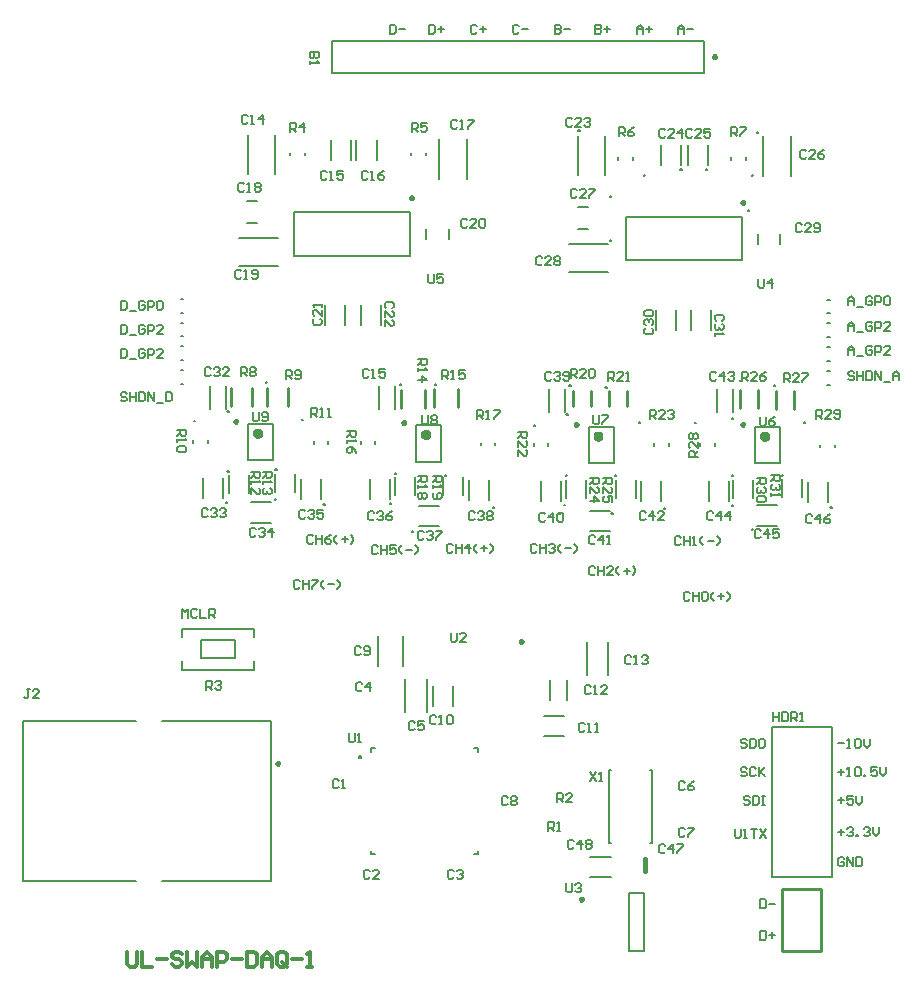
<source format=gto>
%FSTAX23Y23*%
%MOIN*%
%SFA1B1*%

%IPPOS*%
%ADD10C,0.009800*%
%ADD11C,0.010000*%
%ADD12C,0.007900*%
%ADD13C,0.015700*%
%ADD14C,0.005000*%
%ADD15C,0.007000*%
%ADD16C,0.012000*%
G54D10*
X02389Y0377D02*
D01*
X02389Y0377*
X02389Y0377*
X02389Y03771*
X02389Y03771*
X02389Y03771*
X02389Y03771*
X02389Y03772*
X02389Y03772*
X02388Y03772*
X02388Y03773*
X02388Y03773*
X02388Y03773*
X02388Y03773*
X02387Y03774*
X02387Y03774*
X02387Y03774*
X02386Y03774*
X02386Y03774*
X02386Y03774*
X02385Y03774*
X02385Y03774*
X02385Y03774*
X02384*
X02384Y03774*
X02384Y03774*
X02383Y03774*
X02383Y03774*
X02383Y03774*
X02382Y03774*
X02382Y03774*
X02382Y03774*
X02381Y03773*
X02381Y03773*
X02381Y03773*
X02381Y03773*
X02381Y03772*
X0238Y03772*
X0238Y03772*
X0238Y03771*
X0238Y03771*
X0238Y03771*
X0238Y03771*
X0238Y0377*
X0238Y0377*
X0238Y0377*
X0238Y03769*
X0238Y03769*
X0238Y03768*
X0238Y03768*
X0238Y03768*
X0238Y03768*
X0238Y03767*
X0238Y03767*
X02381Y03767*
X02381Y03766*
X02381Y03766*
X02381Y03766*
X02381Y03766*
X02382Y03765*
X02382Y03765*
X02382Y03765*
X02383Y03765*
X02383Y03765*
X02383Y03765*
X02384Y03765*
X02384Y03765*
X02384Y03765*
X02385*
X02385Y03765*
X02385Y03765*
X02386Y03765*
X02386Y03765*
X02386Y03765*
X02387Y03765*
X02387Y03765*
X02387Y03765*
X02388Y03766*
X02388Y03766*
X02388Y03766*
X02388Y03766*
X02388Y03767*
X02389Y03767*
X02389Y03767*
X02389Y03768*
X02389Y03768*
X02389Y03768*
X02389Y03768*
X02389Y03769*
X02389Y03769*
X02389Y0377*
X01945Y00962D02*
D01*
X01945Y00962*
X01945Y00962*
X01945Y00963*
X01945Y00963*
X01945Y00963*
X01945Y00963*
X01945Y00964*
X01944Y00964*
X01944Y00964*
X01944Y00965*
X01944Y00965*
X01944Y00965*
X01943Y00965*
X01943Y00966*
X01943Y00966*
X01942Y00966*
X01942Y00966*
X01942Y00966*
X01941Y00966*
X01941Y00966*
X01941Y00966*
X0194Y00966*
X0194*
X0194Y00966*
X01939Y00966*
X01939Y00966*
X01939Y00966*
X01938Y00966*
X01938Y00966*
X01938Y00966*
X01938Y00966*
X01937Y00965*
X01937Y00965*
X01937Y00965*
X01937Y00965*
X01936Y00964*
X01936Y00964*
X01936Y00964*
X01936Y00963*
X01936Y00963*
X01936Y00963*
X01936Y00963*
X01935Y00962*
X01935Y00962*
X01935Y00962*
X01935Y00961*
X01935Y00961*
X01936Y0096*
X01936Y0096*
X01936Y0096*
X01936Y0096*
X01936Y00959*
X01936Y00959*
X01936Y00959*
X01937Y00958*
X01937Y00958*
X01937Y00958*
X01937Y00958*
X01938Y00957*
X01938Y00957*
X01938Y00957*
X01938Y00957*
X01939Y00957*
X01939Y00957*
X01939Y00957*
X0194Y00957*
X0194Y00957*
X0194*
X01941Y00957*
X01941Y00957*
X01941Y00957*
X01942Y00957*
X01942Y00957*
X01942Y00957*
X01943Y00957*
X01943Y00957*
X01943Y00958*
X01944Y00958*
X01944Y00958*
X01944Y00958*
X01944Y00959*
X01944Y00959*
X01945Y00959*
X01945Y0096*
X01945Y0096*
X01945Y0096*
X01945Y0096*
X01945Y00961*
X01945Y00961*
X01945Y00962*
X02484Y02545D02*
D01*
X02484Y02545*
X02484Y02545*
X02484Y02546*
X02484Y02546*
X02484Y02546*
X02483Y02547*
X02483Y02547*
X02483Y02547*
X02483Y02547*
X02483Y02548*
X02482Y02548*
X02482Y02548*
X02482Y02548*
X02482Y02549*
X02481Y02549*
X02481Y02549*
X02481Y02549*
X0248Y02549*
X0248Y02549*
X0248Y02549*
X02479Y02549*
X02479Y02549*
X02479*
X02478Y02549*
X02478Y02549*
X02478Y02549*
X02477Y02549*
X02477Y02549*
X02477Y02549*
X02476Y02549*
X02476Y02549*
X02476Y02548*
X02476Y02548*
X02475Y02548*
X02475Y02548*
X02475Y02547*
X02475Y02547*
X02475Y02547*
X02474Y02547*
X02474Y02546*
X02474Y02546*
X02474Y02546*
X02474Y02545*
X02474Y02545*
X02474Y02545*
X02474Y02544*
X02474Y02544*
X02474Y02544*
X02474Y02543*
X02474Y02543*
X02474Y02543*
X02475Y02542*
X02475Y02542*
X02475Y02542*
X02475Y02541*
X02475Y02541*
X02476Y02541*
X02476Y02541*
X02476Y02541*
X02476Y0254*
X02477Y0254*
X02477Y0254*
X02477Y0254*
X02478Y0254*
X02478Y0254*
X02478Y0254*
X02479Y0254*
X02479*
X02479Y0254*
X0248Y0254*
X0248Y0254*
X0248Y0254*
X02481Y0254*
X02481Y0254*
X02481Y0254*
X02482Y02541*
X02482Y02541*
X02482Y02541*
X02482Y02541*
X02483Y02541*
X02483Y02542*
X02483Y02542*
X02483Y02542*
X02483Y02543*
X02484Y02543*
X02484Y02543*
X02484Y02544*
X02484Y02544*
X02484Y02544*
X02484Y02545*
X01928D02*
D01*
X01928Y02545*
X01928Y02545*
X01928Y02546*
X01928Y02546*
X01928Y02546*
X01928Y02547*
X01928Y02547*
X01928Y02547*
X01927Y02547*
X01927Y02548*
X01927Y02548*
X01927Y02548*
X01927Y02548*
X01926Y02549*
X01926Y02549*
X01926Y02549*
X01925Y02549*
X01925Y02549*
X01925Y02549*
X01924Y02549*
X01924Y02549*
X01924Y02549*
X01923*
X01923Y02549*
X01923Y02549*
X01922Y02549*
X01922Y02549*
X01922Y02549*
X01921Y02549*
X01921Y02549*
X01921Y02549*
X0192Y02548*
X0192Y02548*
X0192Y02548*
X0192Y02548*
X0192Y02547*
X01919Y02547*
X01919Y02547*
X01919Y02547*
X01919Y02546*
X01919Y02546*
X01919Y02546*
X01919Y02545*
X01919Y02545*
X01919Y02545*
X01919Y02544*
X01919Y02544*
X01919Y02544*
X01919Y02543*
X01919Y02543*
X01919Y02543*
X01919Y02542*
X01919Y02542*
X0192Y02542*
X0192Y02541*
X0192Y02541*
X0192Y02541*
X0192Y02541*
X01921Y02541*
X01921Y0254*
X01921Y0254*
X01922Y0254*
X01922Y0254*
X01922Y0254*
X01923Y0254*
X01923Y0254*
X01923Y0254*
X01924*
X01924Y0254*
X01924Y0254*
X01925Y0254*
X01925Y0254*
X01925Y0254*
X01926Y0254*
X01926Y0254*
X01926Y02541*
X01927Y02541*
X01927Y02541*
X01927Y02541*
X01927Y02541*
X01927Y02542*
X01928Y02542*
X01928Y02542*
X01928Y02543*
X01928Y02543*
X01928Y02543*
X01928Y02544*
X01928Y02544*
X01928Y02544*
X01928Y02545*
X02484Y03284D02*
D01*
X02484Y03284*
X02484Y03284*
X02484Y03285*
X02484Y03285*
X02484Y03285*
X02483Y03286*
X02483Y03286*
X02483Y03286*
X02483Y03287*
X02483Y03287*
X02483Y03287*
X02482Y03287*
X02482Y03288*
X02482Y03288*
X02481Y03288*
X02481Y03288*
X02481Y03288*
X02481Y03288*
X0248Y03288*
X0248Y03289*
X0248Y03289*
X02479Y03289*
X02479*
X02478Y03289*
X02478Y03289*
X02478Y03288*
X02477Y03288*
X02477Y03288*
X02477Y03288*
X02477Y03288*
X02476Y03288*
X02476Y03288*
X02476Y03287*
X02475Y03287*
X02475Y03287*
X02475Y03287*
X02475Y03286*
X02475Y03286*
X02475Y03286*
X02474Y03285*
X02474Y03285*
X02474Y03285*
X02474Y03284*
X02474Y03284*
X02474Y03284*
X02474Y03283*
X02474Y03283*
X02474Y03283*
X02474Y03282*
X02474Y03282*
X02475Y03282*
X02475Y03281*
X02475Y03281*
X02475Y03281*
X02475Y03281*
X02475Y0328*
X02476Y0328*
X02476Y0328*
X02476Y0328*
X02477Y03279*
X02477Y03279*
X02477Y03279*
X02477Y03279*
X02478Y03279*
X02478Y03279*
X02478Y03279*
X02479Y03279*
X02479*
X0248Y03279*
X0248Y03279*
X0248Y03279*
X02481Y03279*
X02481Y03279*
X02481Y03279*
X02481Y03279*
X02482Y0328*
X02482Y0328*
X02482Y0328*
X02483Y0328*
X02483Y03281*
X02483Y03281*
X02483Y03281*
X02483Y03281*
X02483Y03282*
X02484Y03282*
X02484Y03282*
X02484Y03283*
X02484Y03283*
X02484Y03283*
X02484Y03284*
X01354Y0255D02*
D01*
X01354Y0255*
X01354Y0255*
X01354Y02551*
X01354Y02551*
X01354Y02551*
X01353Y02552*
X01353Y02552*
X01353Y02552*
X01353Y02552*
X01353Y02553*
X01352Y02553*
X01352Y02553*
X01352Y02553*
X01352Y02554*
X01351Y02554*
X01351Y02554*
X01351Y02554*
X0135Y02554*
X0135Y02554*
X0135Y02554*
X01349Y02554*
X01349Y02554*
X01349*
X01348Y02554*
X01348Y02554*
X01348Y02554*
X01347Y02554*
X01347Y02554*
X01347Y02554*
X01346Y02554*
X01346Y02554*
X01346Y02553*
X01346Y02553*
X01345Y02553*
X01345Y02553*
X01345Y02552*
X01345Y02552*
X01345Y02552*
X01344Y02552*
X01344Y02551*
X01344Y02551*
X01344Y02551*
X01344Y0255*
X01344Y0255*
X01344Y0255*
X01344Y02549*
X01344Y02549*
X01344Y02549*
X01344Y02548*
X01344Y02548*
X01344Y02548*
X01345Y02547*
X01345Y02547*
X01345Y02547*
X01345Y02546*
X01345Y02546*
X01346Y02546*
X01346Y02546*
X01346Y02546*
X01346Y02545*
X01347Y02545*
X01347Y02545*
X01347Y02545*
X01348Y02545*
X01348Y02545*
X01348Y02545*
X01349Y02545*
X01349*
X01349Y02545*
X0135Y02545*
X0135Y02545*
X0135Y02545*
X01351Y02545*
X01351Y02545*
X01351Y02545*
X01352Y02546*
X01352Y02546*
X01352Y02546*
X01352Y02546*
X01353Y02546*
X01353Y02547*
X01353Y02547*
X01353Y02547*
X01353Y02548*
X01354Y02548*
X01354Y02548*
X01354Y02549*
X01354Y02549*
X01354Y02549*
X01354Y0255*
X00794Y02555D02*
D01*
X00794Y02555*
X00794Y02555*
X00794Y02556*
X00794Y02556*
X00794Y02556*
X00793Y02557*
X00793Y02557*
X00793Y02557*
X00793Y02557*
X00793Y02558*
X00792Y02558*
X00792Y02558*
X00792Y02558*
X00792Y02559*
X00791Y02559*
X00791Y02559*
X00791Y02559*
X0079Y02559*
X0079Y02559*
X0079Y02559*
X00789Y02559*
X00789Y02559*
X00789*
X00788Y02559*
X00788Y02559*
X00788Y02559*
X00787Y02559*
X00787Y02559*
X00787Y02559*
X00786Y02559*
X00786Y02559*
X00786Y02558*
X00786Y02558*
X00785Y02558*
X00785Y02558*
X00785Y02557*
X00785Y02557*
X00785Y02557*
X00784Y02557*
X00784Y02556*
X00784Y02556*
X00784Y02556*
X00784Y02555*
X00784Y02555*
X00784Y02555*
X00784Y02554*
X00784Y02554*
X00784Y02554*
X00784Y02553*
X00784Y02553*
X00784Y02553*
X00785Y02552*
X00785Y02552*
X00785Y02552*
X00785Y02551*
X00785Y02551*
X00786Y02551*
X00786Y02551*
X00786Y02551*
X00786Y0255*
X00787Y0255*
X00787Y0255*
X00787Y0255*
X00788Y0255*
X00788Y0255*
X00788Y0255*
X00789Y0255*
X00789*
X00789Y0255*
X0079Y0255*
X0079Y0255*
X0079Y0255*
X00791Y0255*
X00791Y0255*
X00791Y0255*
X00792Y02551*
X00792Y02551*
X00792Y02551*
X00792Y02551*
X00793Y02551*
X00793Y02552*
X00793Y02552*
X00793Y02552*
X00793Y02553*
X00794Y02553*
X00794Y02553*
X00794Y02554*
X00794Y02554*
X00794Y02554*
X00794Y02555*
X01379Y03299D02*
D01*
X01379Y03299*
X01379Y03299*
X01379Y033*
X01379Y033*
X01379Y033*
X01378Y03301*
X01378Y03301*
X01378Y03301*
X01378Y03302*
X01378Y03302*
X01378Y03302*
X01377Y03302*
X01377Y03303*
X01377Y03303*
X01376Y03303*
X01376Y03303*
X01376Y03303*
X01376Y03303*
X01375Y03303*
X01375Y03304*
X01375Y03304*
X01374Y03304*
X01374*
X01373Y03304*
X01373Y03304*
X01373Y03303*
X01372Y03303*
X01372Y03303*
X01372Y03303*
X01372Y03303*
X01371Y03303*
X01371Y03303*
X01371Y03302*
X0137Y03302*
X0137Y03302*
X0137Y03302*
X0137Y03301*
X0137Y03301*
X0137Y03301*
X01369Y033*
X01369Y033*
X01369Y033*
X01369Y03299*
X01369Y03299*
X01369Y03299*
X01369Y03298*
X01369Y03298*
X01369Y03298*
X01369Y03297*
X01369Y03297*
X0137Y03297*
X0137Y03296*
X0137Y03296*
X0137Y03296*
X0137Y03296*
X0137Y03295*
X01371Y03295*
X01371Y03295*
X01371Y03295*
X01372Y03294*
X01372Y03294*
X01372Y03294*
X01372Y03294*
X01373Y03294*
X01373Y03294*
X01373Y03294*
X01374Y03294*
X01374*
X01375Y03294*
X01375Y03294*
X01375Y03294*
X01376Y03294*
X01376Y03294*
X01376Y03294*
X01376Y03294*
X01377Y03295*
X01377Y03295*
X01377Y03295*
X01378Y03295*
X01378Y03296*
X01378Y03296*
X01378Y03296*
X01378Y03296*
X01378Y03297*
X01379Y03297*
X01379Y03297*
X01379Y03298*
X01379Y03298*
X01379Y03298*
X01379Y03299*
X00933Y01415D02*
D01*
X00933Y01415*
X00933Y01415*
X00933Y01416*
X00933Y01416*
X00933Y01416*
X00933Y01416*
X00933Y01417*
X00933Y01417*
X00932Y01417*
X00932Y01418*
X00932Y01418*
X00932Y01418*
X00932Y01418*
X00931Y01419*
X00931Y01419*
X00931Y01419*
X0093Y01419*
X0093Y01419*
X0093Y01419*
X00929Y01419*
X00929Y01419*
X00929Y01419*
X00928*
X00928Y01419*
X00928Y01419*
X00927Y01419*
X00927Y01419*
X00927Y01419*
X00926Y01419*
X00926Y01419*
X00926Y01419*
X00925Y01418*
X00925Y01418*
X00925Y01418*
X00925Y01418*
X00925Y01417*
X00924Y01417*
X00924Y01417*
X00924Y01416*
X00924Y01416*
X00924Y01416*
X00924Y01416*
X00924Y01415*
X00924Y01415*
X00924Y01415*
X00924Y01414*
X00924Y01414*
X00924Y01413*
X00924Y01413*
X00924Y01413*
X00924Y01413*
X00924Y01412*
X00924Y01412*
X00925Y01412*
X00925Y01411*
X00925Y01411*
X00925Y01411*
X00925Y01411*
X00926Y0141*
X00926Y0141*
X00926Y0141*
X00927Y0141*
X00927Y0141*
X00927Y0141*
X00928Y0141*
X00928Y0141*
X00928Y0141*
X00929*
X00929Y0141*
X00929Y0141*
X0093Y0141*
X0093Y0141*
X0093Y0141*
X00931Y0141*
X00931Y0141*
X00931Y0141*
X00932Y01411*
X00932Y01411*
X00932Y01411*
X00932Y01411*
X00932Y01412*
X00933Y01412*
X00933Y01412*
X00933Y01413*
X00933Y01413*
X00933Y01413*
X00933Y01413*
X00933Y01414*
X00933Y01414*
X00933Y01415*
G54D11*
X01745Y0182D02*
D01*
X01745Y01821*
X01745Y01821*
X01745Y01821*
X01745Y01822*
X01745Y01822*
X01745Y01822*
X01744Y01823*
X01744Y01823*
X01744Y01823*
X01744Y01824*
X01744Y01824*
X01743Y01824*
X01743Y01824*
X01743Y01824*
X01743Y01825*
X01742Y01825*
X01742Y01825*
X01742Y01825*
X01741Y01825*
X01741Y01825*
X01741Y01825*
X0174Y01825*
X0174*
X01739Y01825*
X01739Y01825*
X01739Y01825*
X01738Y01825*
X01738Y01825*
X01738Y01825*
X01738Y01825*
X01737Y01824*
X01737Y01824*
X01737Y01824*
X01736Y01824*
X01736Y01824*
X01736Y01823*
X01736Y01823*
X01736Y01823*
X01735Y01822*
X01735Y01822*
X01735Y01822*
X01735Y01821*
X01735Y01821*
X01735Y01821*
X01735Y0182*
X01735Y0182*
X01735Y0182*
X01735Y01819*
X01735Y01819*
X01735Y01819*
X01735Y01818*
X01736Y01818*
X01736Y01818*
X01736Y01817*
X01736Y01817*
X01736Y01817*
X01737Y01817*
X01737Y01816*
X01737Y01816*
X01738Y01816*
X01738Y01816*
X01738Y01816*
X01738Y01816*
X01739Y01815*
X01739Y01815*
X01739Y01815*
X0174Y01815*
X0174*
X01741Y01815*
X01741Y01815*
X01741Y01815*
X01742Y01816*
X01742Y01816*
X01742Y01816*
X01743Y01816*
X01743Y01816*
X01743Y01816*
X01743Y01817*
X01744Y01817*
X01744Y01817*
X01744Y01817*
X01744Y01818*
X01744Y01818*
X01745Y01818*
X01745Y01819*
X01745Y01819*
X01745Y01819*
X01745Y0182*
X01745Y0182*
X01745Y0182*
X0261Y0079D02*
X0274D01*
X0261Y00995D02*
X0274D01*
Y0079D02*
Y00995D01*
X0261Y0079D02*
Y00995D01*
X02589Y02596D02*
Y02656D01*
X02649Y02596D02*
Y02656D01*
X02529Y02599D02*
Y02659D01*
X02469Y02599D02*
Y02659D01*
X01339Y02599D02*
Y02659D01*
X01529Y02601D02*
Y02661D01*
X01449Y02601D02*
Y02661D01*
X00894Y02604D02*
Y02664D01*
X00964Y02604D02*
Y02664D01*
X00844Y02604D02*
Y02664D01*
X00774Y02604D02*
Y02664D01*
X01419Y02599D02*
Y02659D01*
X01974Y02604D02*
Y02654D01*
X01914Y02604D02*
Y02654D01*
X02034Y02604D02*
Y02654D01*
X02094Y02604D02*
Y02654D01*
G54D12*
X01205Y01435D02*
D01*
X01205Y01436*
X01205Y01436*
X01205Y01436*
X01205Y01436*
X01205Y01437*
X01205Y01437*
X01205Y01437*
X01205Y01437*
X01205Y01438*
X01204Y01438*
X01204Y01438*
X01204Y01438*
X01204Y01438*
X01204Y01439*
X01203Y01439*
X01203Y01439*
X01203Y01439*
X01203Y01439*
X01202Y01439*
X01202Y01439*
X01202Y01439*
X01202Y01439*
X01201*
X01201Y01439*
X01201Y01439*
X012Y01439*
X012Y01439*
X012Y01439*
X012Y01439*
X01199Y01439*
X01199Y01439*
X01199Y01438*
X01199Y01438*
X01199Y01438*
X01198Y01438*
X01198Y01438*
X01198Y01437*
X01198Y01437*
X01198Y01437*
X01198Y01437*
X01198Y01436*
X01198Y01436*
X01198Y01436*
X01198Y01436*
X01198Y01435*
X01198Y01435*
X01198Y01435*
X01198Y01435*
X01198Y01434*
X01198Y01434*
X01198Y01434*
X01198Y01434*
X01198Y01433*
X01198Y01433*
X01198Y01433*
X01199Y01433*
X01199Y01433*
X01199Y01432*
X01199Y01432*
X01199Y01432*
X012Y01432*
X012Y01432*
X012Y01432*
X012Y01432*
X01201Y01432*
X01201Y01432*
X01201Y01432*
X01202*
X01202Y01432*
X01202Y01432*
X01202Y01432*
X01203Y01432*
X01203Y01432*
X01203Y01432*
X01203Y01432*
X01204Y01432*
X01204Y01432*
X01204Y01433*
X01204Y01433*
X01204Y01433*
X01205Y01433*
X01205Y01433*
X01205Y01434*
X01205Y01434*
X01205Y01434*
X01205Y01434*
X01205Y01435*
X01205Y01435*
X01205Y01435*
X01205Y01435*
X02472Y0269D02*
D01*
X02471Y0269*
X02471Y0269*
X02471Y0269*
X02471Y0269*
X02471Y0269*
X02471Y0269*
X02471Y0269*
X02471Y02691*
X02471Y02691*
X02471Y02691*
X02471Y02691*
X02471Y02691*
X02471Y02691*
X02471Y02691*
X02471Y02691*
X0247Y02691*
X0247Y02691*
X0247Y02691*
X0247Y02691*
X0247Y02691*
X0247Y02691*
X0247Y02691*
X02469*
X02469Y02691*
X02469Y02691*
X02469Y02691*
X02469Y02691*
X02469Y02691*
X02469Y02691*
X02469Y02691*
X02468Y02691*
X02468Y02691*
X02468Y02691*
X02468Y02691*
X02468Y02691*
X02468Y02691*
X02468Y02691*
X02468Y0269*
X02468Y0269*
X02468Y0269*
X02468Y0269*
X02468Y0269*
X02468Y0269*
X02468Y0269*
X02468Y0269*
X02468Y02689*
X02468Y02689*
X02468Y02689*
X02468Y02689*
X02468Y02689*
X02468Y02689*
X02468Y02689*
X02468Y02688*
X02468Y02688*
X02468Y02688*
X02468Y02688*
X02468Y02688*
X02468Y02688*
X02468Y02688*
X02469Y02688*
X02469Y02688*
X02469Y02688*
X02469Y02688*
X02469Y02688*
X02469Y02688*
X02469Y02688*
X02469Y02688*
X0247*
X0247Y02688*
X0247Y02688*
X0247Y02688*
X0247Y02688*
X0247Y02688*
X0247Y02688*
X02471Y02688*
X02471Y02688*
X02471Y02688*
X02471Y02688*
X02471Y02688*
X02471Y02688*
X02471Y02688*
X02471Y02688*
X02471Y02689*
X02471Y02689*
X02471Y02689*
X02471Y02689*
X02471Y02689*
X02471Y02689*
X02471Y02689*
X02472Y0269*
X01887Y02276D02*
D01*
X01887Y02276*
X01887Y02276*
X01887Y02276*
X01887Y02276*
X01886Y02276*
X01886Y02276*
X01886Y02276*
X01886Y02277*
X01886Y02277*
X01886Y02277*
X01886Y02277*
X01886Y02277*
X01886Y02277*
X01886Y02277*
X01886Y02277*
X01885Y02277*
X01885Y02277*
X01885Y02277*
X01885Y02277*
X01885Y02277*
X01885Y02277*
X01885Y02277*
X01885*
X01884Y02277*
X01884Y02277*
X01884Y02277*
X01884Y02277*
X01884Y02277*
X01884Y02277*
X01884Y02277*
X01883Y02277*
X01883Y02277*
X01883Y02277*
X01883Y02277*
X01883Y02277*
X01883Y02277*
X01883Y02277*
X01883Y02276*
X01883Y02276*
X01883Y02276*
X01883Y02276*
X01883Y02276*
X01883Y02276*
X01883Y02276*
X01883Y02276*
X01883Y02275*
X01883Y02275*
X01883Y02275*
X01883Y02275*
X01883Y02275*
X01883Y02275*
X01883Y02275*
X01883Y02274*
X01883Y02274*
X01883Y02274*
X01883Y02274*
X01883Y02274*
X01883Y02274*
X01883Y02274*
X01884Y02274*
X01884Y02274*
X01884Y02274*
X01884Y02274*
X01884Y02274*
X01884Y02274*
X01884Y02274*
X01885Y02274*
X01885*
X01885Y02274*
X01885Y02274*
X01885Y02274*
X01885Y02274*
X01885Y02274*
X01885Y02274*
X01886Y02274*
X01886Y02274*
X01886Y02274*
X01886Y02274*
X01886Y02274*
X01886Y02274*
X01886Y02274*
X01886Y02274*
X01886Y02275*
X01886Y02275*
X01886Y02275*
X01887Y02275*
X01887Y02275*
X01887Y02275*
X01887Y02275*
X01887Y02276*
X01322Y02381D02*
D01*
X01322Y02381*
X01322Y02381*
X01322Y02381*
X01322Y02381*
X01321Y02381*
X01321Y02381*
X01321Y02381*
X01321Y02382*
X01321Y02382*
X01321Y02382*
X01321Y02382*
X01321Y02382*
X01321Y02382*
X01321Y02382*
X01321Y02382*
X0132Y02382*
X0132Y02382*
X0132Y02382*
X0132Y02382*
X0132Y02382*
X0132Y02382*
X0132Y02382*
X0132*
X01319Y02382*
X01319Y02382*
X01319Y02382*
X01319Y02382*
X01319Y02382*
X01319Y02382*
X01319Y02382*
X01318Y02382*
X01318Y02382*
X01318Y02382*
X01318Y02382*
X01318Y02382*
X01318Y02382*
X01318Y02382*
X01318Y02381*
X01318Y02381*
X01318Y02381*
X01318Y02381*
X01318Y02381*
X01318Y02381*
X01318Y02381*
X01318Y02381*
X01318Y0238*
X01318Y0238*
X01318Y0238*
X01318Y0238*
X01318Y0238*
X01318Y0238*
X01318Y0238*
X01318Y02379*
X01318Y02379*
X01318Y02379*
X01318Y02379*
X01318Y02379*
X01318Y02379*
X01318Y02379*
X01319Y02379*
X01319Y02379*
X01319Y02379*
X01319Y02379*
X01319Y02379*
X01319Y02379*
X01319Y02379*
X0132Y02379*
X0132*
X0132Y02379*
X0132Y02379*
X0132Y02379*
X0132Y02379*
X0132Y02379*
X0132Y02379*
X01321Y02379*
X01321Y02379*
X01321Y02379*
X01321Y02379*
X01321Y02379*
X01321Y02379*
X01321Y02379*
X01321Y02379*
X01321Y0238*
X01321Y0238*
X01321Y0238*
X01322Y0238*
X01322Y0238*
X01322Y0238*
X01322Y0238*
X01322Y02381*
X00652Y02556D02*
D01*
X00652Y02556*
X00652Y02556*
X00652Y02556*
X00652Y02556*
X00651Y02556*
X00651Y02556*
X00651Y02556*
X00651Y02557*
X00651Y02557*
X00651Y02557*
X00651Y02557*
X00651Y02557*
X00651Y02557*
X00651Y02557*
X00651Y02557*
X0065Y02557*
X0065Y02557*
X0065Y02557*
X0065Y02557*
X0065Y02557*
X0065Y02557*
X0065Y02557*
X0065*
X00649Y02557*
X00649Y02557*
X00649Y02557*
X00649Y02557*
X00649Y02557*
X00649Y02557*
X00649Y02557*
X00648Y02557*
X00648Y02557*
X00648Y02557*
X00648Y02557*
X00648Y02557*
X00648Y02557*
X00648Y02557*
X00648Y02556*
X00648Y02556*
X00648Y02556*
X00648Y02556*
X00648Y02556*
X00648Y02556*
X00648Y02556*
X00648Y02556*
X00648Y02555*
X00648Y02555*
X00648Y02555*
X00648Y02555*
X00648Y02555*
X00648Y02555*
X00648Y02555*
X00648Y02554*
X00648Y02554*
X00648Y02554*
X00648Y02554*
X00648Y02554*
X00648Y02554*
X00648Y02554*
X00649Y02554*
X00649Y02554*
X00649Y02554*
X00649Y02554*
X00649Y02554*
X00649Y02554*
X00649Y02554*
X0065Y02554*
X0065*
X0065Y02554*
X0065Y02554*
X0065Y02554*
X0065Y02554*
X0065Y02554*
X0065Y02554*
X00651Y02554*
X00651Y02554*
X00651Y02554*
X00651Y02554*
X00651Y02554*
X00651Y02554*
X00651Y02554*
X00651Y02554*
X00651Y02555*
X00651Y02555*
X00651Y02555*
X00652Y02555*
X00652Y02555*
X00652Y02555*
X00652Y02555*
X00652Y02556*
X0076Y02284D02*
D01*
X0076Y02284*
X0076Y02284*
X0076Y02284*
X0076Y02284*
X0076Y02284*
X0076Y02284*
X0076Y02284*
X0076Y02285*
X0076Y02285*
X0076Y02285*
X0076Y02285*
X0076Y02285*
X0076Y02285*
X0076Y02285*
X00759Y02285*
X00759Y02285*
X00759Y02285*
X00759Y02285*
X00759Y02285*
X00759Y02285*
X00759Y02285*
X00758Y02285*
X00758*
X00758Y02285*
X00758Y02285*
X00758Y02285*
X00758Y02285*
X00758Y02285*
X00758Y02285*
X00757Y02285*
X00757Y02285*
X00757Y02285*
X00757Y02285*
X00757Y02285*
X00757Y02285*
X00757Y02285*
X00757Y02285*
X00757Y02284*
X00757Y02284*
X00757Y02284*
X00756Y02284*
X00756Y02284*
X00756Y02284*
X00756Y02284*
X00756Y02284*
X00756Y02283*
X00756Y02283*
X00756Y02283*
X00756Y02283*
X00757Y02283*
X00757Y02283*
X00757Y02283*
X00757Y02282*
X00757Y02282*
X00757Y02282*
X00757Y02282*
X00757Y02282*
X00757Y02282*
X00757Y02282*
X00757Y02282*
X00758Y02282*
X00758Y02282*
X00758Y02282*
X00758Y02282*
X00758Y02282*
X00758Y02282*
X00758Y02282*
X00758*
X00759Y02282*
X00759Y02282*
X00759Y02282*
X00759Y02282*
X00759Y02282*
X00759Y02282*
X00759Y02282*
X0076Y02282*
X0076Y02282*
X0076Y02282*
X0076Y02282*
X0076Y02282*
X0076Y02282*
X0076Y02282*
X0076Y02283*
X0076Y02283*
X0076Y02283*
X0076Y02283*
X0076Y02283*
X0076Y02283*
X0076Y02283*
X0076Y02284*
X02137Y0255D02*
D01*
X02136Y0255*
X02136Y0255*
X02136Y0255*
X02136Y0255*
X02136Y0255*
X02136Y0255*
X02136Y0255*
X02136Y02551*
X02136Y02551*
X02136Y02551*
X02136Y02551*
X02136Y02551*
X02136Y02551*
X02136Y02551*
X02136Y02551*
X02135Y02551*
X02135Y02551*
X02135Y02551*
X02135Y02551*
X02135Y02551*
X02135Y02551*
X02135Y02551*
X02134*
X02134Y02551*
X02134Y02551*
X02134Y02551*
X02134Y02551*
X02134Y02551*
X02134Y02551*
X02134Y02551*
X02133Y02551*
X02133Y02551*
X02133Y02551*
X02133Y02551*
X02133Y02551*
X02133Y02551*
X02133Y02551*
X02133Y0255*
X02133Y0255*
X02133Y0255*
X02133Y0255*
X02133Y0255*
X02133Y0255*
X02133Y0255*
X02133Y0255*
X02133Y02549*
X02133Y02549*
X02133Y02549*
X02133Y02549*
X02133Y02549*
X02133Y02549*
X02133Y02549*
X02133Y02548*
X02133Y02548*
X02133Y02548*
X02133Y02548*
X02133Y02548*
X02133Y02548*
X02133Y02548*
X02134Y02548*
X02134Y02548*
X02134Y02548*
X02134Y02548*
X02134Y02548*
X02134Y02548*
X02134Y02548*
X02134Y02548*
X02135*
X02135Y02548*
X02135Y02548*
X02135Y02548*
X02135Y02548*
X02135Y02548*
X02135Y02548*
X02136Y02548*
X02136Y02548*
X02136Y02548*
X02136Y02548*
X02136Y02548*
X02136Y02548*
X02136Y02548*
X02136Y02548*
X02136Y02549*
X02136Y02549*
X02136Y02549*
X02136Y02549*
X02136Y02549*
X02136Y02549*
X02136Y02549*
X02137Y0255*
X025Y03259D02*
D01*
X025Y03259*
X025Y03259*
X025Y03259*
X025Y03259*
X025Y03259*
X025Y03259*
X025Y03259*
X025Y0326*
X025Y0326*
X025Y0326*
X025Y0326*
X025Y0326*
X025Y0326*
X025Y0326*
X02499Y0326*
X02499Y0326*
X02499Y0326*
X02499Y0326*
X02499Y0326*
X02499Y0326*
X02499Y0326*
X02498Y0326*
X02498*
X02498Y0326*
X02498Y0326*
X02498Y0326*
X02498Y0326*
X02498Y0326*
X02498Y0326*
X02497Y0326*
X02497Y0326*
X02497Y0326*
X02497Y0326*
X02497Y0326*
X02497Y0326*
X02497Y0326*
X02497Y0326*
X02497Y03259*
X02497Y03259*
X02497Y03259*
X02496Y03259*
X02496Y03259*
X02496Y03259*
X02496Y03259*
X02496Y03259*
X02496Y03258*
X02496Y03258*
X02496Y03258*
X02496Y03258*
X02497Y03258*
X02497Y03258*
X02497Y03258*
X02497Y03257*
X02497Y03257*
X02497Y03257*
X02497Y03257*
X02497Y03257*
X02497Y03257*
X02497Y03257*
X02497Y03257*
X02498Y03257*
X02498Y03257*
X02498Y03257*
X02498Y03257*
X02498Y03257*
X02498Y03257*
X02498Y03257*
X02498*
X02499Y03257*
X02499Y03257*
X02499Y03257*
X02499Y03257*
X02499Y03257*
X02499Y03257*
X02499Y03257*
X025Y03257*
X025Y03257*
X025Y03257*
X025Y03257*
X025Y03257*
X025Y03257*
X025Y03257*
X025Y03258*
X025Y03258*
X025Y03258*
X025Y03258*
X025Y03258*
X025Y03258*
X025Y03258*
X025Y03259*
X02512Y03375D02*
D01*
X02511Y03375*
X02511Y03375*
X02511Y03375*
X02511Y03375*
X02511Y03375*
X02511Y03375*
X02511Y03375*
X02511Y03376*
X02511Y03376*
X02511Y03376*
X02511Y03376*
X02511Y03376*
X02511Y03376*
X02511Y03376*
X02511Y03376*
X0251Y03376*
X0251Y03376*
X0251Y03376*
X0251Y03376*
X0251Y03376*
X0251Y03376*
X0251Y03376*
X02509*
X02509Y03376*
X02509Y03376*
X02509Y03376*
X02509Y03376*
X02509Y03376*
X02509Y03376*
X02509Y03376*
X02508Y03376*
X02508Y03376*
X02508Y03376*
X02508Y03376*
X02508Y03376*
X02508Y03376*
X02508Y03376*
X02508Y03375*
X02508Y03375*
X02508Y03375*
X02508Y03375*
X02508Y03375*
X02508Y03375*
X02508Y03375*
X02508Y03375*
X02508Y03374*
X02508Y03374*
X02508Y03374*
X02508Y03374*
X02508Y03374*
X02508Y03374*
X02508Y03374*
X02508Y03373*
X02508Y03373*
X02508Y03373*
X02508Y03373*
X02508Y03373*
X02508Y03373*
X02508Y03373*
X02509Y03373*
X02509Y03373*
X02509Y03373*
X02509Y03373*
X02509Y03373*
X02509Y03373*
X02509Y03373*
X02509Y03373*
X0251*
X0251Y03373*
X0251Y03373*
X0251Y03373*
X0251Y03373*
X0251Y03373*
X0251Y03373*
X02511Y03373*
X02511Y03373*
X02511Y03373*
X02511Y03373*
X02511Y03373*
X02511Y03373*
X02511Y03373*
X02511Y03373*
X02511Y03374*
X02511Y03374*
X02511Y03374*
X02511Y03374*
X02511Y03374*
X02511Y03374*
X02511Y03374*
X02512Y03375*
X0253Y03519D02*
D01*
X0253Y03519*
X0253Y03519*
X0253Y03519*
X0253Y03519*
X0253Y03519*
X0253Y03519*
X0253Y03519*
X0253Y0352*
X0253Y0352*
X0253Y0352*
X0253Y0352*
X0253Y0352*
X0253Y0352*
X0253Y0352*
X02529Y0352*
X02529Y0352*
X02529Y0352*
X02529Y0352*
X02529Y0352*
X02529Y0352*
X02529Y0352*
X02528Y0352*
X02528*
X02528Y0352*
X02528Y0352*
X02528Y0352*
X02528Y0352*
X02528Y0352*
X02528Y0352*
X02527Y0352*
X02527Y0352*
X02527Y0352*
X02527Y0352*
X02527Y0352*
X02527Y0352*
X02527Y0352*
X02527Y0352*
X02527Y03519*
X02527Y03519*
X02527Y03519*
X02526Y03519*
X02526Y03519*
X02526Y03519*
X02526Y03519*
X02526Y03519*
X02526Y03518*
X02526Y03518*
X02526Y03518*
X02526Y03518*
X02527Y03518*
X02527Y03518*
X02527Y03518*
X02527Y03517*
X02527Y03517*
X02527Y03517*
X02527Y03517*
X02527Y03517*
X02527Y03517*
X02527Y03517*
X02527Y03517*
X02528Y03517*
X02528Y03517*
X02528Y03517*
X02528Y03517*
X02528Y03517*
X02528Y03517*
X02528Y03517*
X02528*
X02529Y03517*
X02529Y03517*
X02529Y03517*
X02529Y03517*
X02529Y03517*
X02529Y03517*
X02529Y03517*
X0253Y03517*
X0253Y03517*
X0253Y03517*
X0253Y03517*
X0253Y03517*
X0253Y03517*
X0253Y03517*
X0253Y03518*
X0253Y03518*
X0253Y03518*
X0253Y03518*
X0253Y03518*
X0253Y03518*
X0253Y03518*
X0253Y03519*
X02687Y0255D02*
D01*
X02686Y0255*
X02686Y0255*
X02686Y0255*
X02686Y0255*
X02686Y0255*
X02686Y0255*
X02686Y0255*
X02686Y02551*
X02686Y02551*
X02686Y02551*
X02686Y02551*
X02686Y02551*
X02686Y02551*
X02686Y02551*
X02686Y02551*
X02685Y02551*
X02685Y02551*
X02685Y02551*
X02685Y02551*
X02685Y02551*
X02685Y02551*
X02685Y02551*
X02684*
X02684Y02551*
X02684Y02551*
X02684Y02551*
X02684Y02551*
X02684Y02551*
X02684Y02551*
X02684Y02551*
X02683Y02551*
X02683Y02551*
X02683Y02551*
X02683Y02551*
X02683Y02551*
X02683Y02551*
X02683Y02551*
X02683Y0255*
X02683Y0255*
X02683Y0255*
X02683Y0255*
X02683Y0255*
X02683Y0255*
X02683Y0255*
X02683Y0255*
X02683Y02549*
X02683Y02549*
X02683Y02549*
X02683Y02549*
X02683Y02549*
X02683Y02549*
X02683Y02549*
X02683Y02548*
X02683Y02548*
X02683Y02548*
X02683Y02548*
X02683Y02548*
X02683Y02548*
X02683Y02548*
X02684Y02548*
X02684Y02548*
X02684Y02548*
X02684Y02548*
X02684Y02548*
X02684Y02548*
X02684Y02548*
X02684Y02548*
X02685*
X02685Y02548*
X02685Y02548*
X02685Y02548*
X02685Y02548*
X02685Y02548*
X02685Y02548*
X02686Y02548*
X02686Y02548*
X02686Y02548*
X02686Y02548*
X02686Y02548*
X02686Y02548*
X02686Y02548*
X02686Y02548*
X02686Y02549*
X02686Y02549*
X02686Y02549*
X02686Y02549*
X02686Y02549*
X02686Y02549*
X02686Y02549*
X02687Y0255*
X02586Y02674D02*
D01*
X02586Y02674*
X02586Y02674*
X02586Y02674*
X02586Y02674*
X02586Y02674*
X02586Y02674*
X02586Y02674*
X02585Y02675*
X02585Y02675*
X02585Y02675*
X02585Y02675*
X02585Y02675*
X02585Y02675*
X02585Y02675*
X02585Y02675*
X02585Y02675*
X02585Y02675*
X02584Y02675*
X02584Y02675*
X02584Y02675*
X02584Y02675*
X02584Y02675*
X02584*
X02584Y02675*
X02583Y02675*
X02583Y02675*
X02583Y02675*
X02583Y02675*
X02583Y02675*
X02583Y02675*
X02583Y02675*
X02583Y02675*
X02582Y02675*
X02582Y02675*
X02582Y02675*
X02582Y02675*
X02582Y02675*
X02582Y02674*
X02582Y02674*
X02582Y02674*
X02582Y02674*
X02582Y02674*
X02582Y02674*
X02582Y02674*
X02582Y02674*
X02582Y02673*
X02582Y02673*
X02582Y02673*
X02582Y02673*
X02582Y02673*
X02582Y02673*
X02582Y02673*
X02582Y02672*
X02582Y02672*
X02582Y02672*
X02582Y02672*
X02582Y02672*
X02583Y02672*
X02583Y02672*
X02583Y02672*
X02583Y02672*
X02583Y02672*
X02583Y02672*
X02583Y02672*
X02583Y02672*
X02584Y02672*
X02584Y02672*
X02584*
X02584Y02672*
X02584Y02672*
X02584Y02672*
X02584Y02672*
X02585Y02672*
X02585Y02672*
X02585Y02672*
X02585Y02672*
X02585Y02672*
X02585Y02672*
X02585Y02672*
X02585Y02672*
X02585Y02672*
X02585Y02672*
X02586Y02673*
X02586Y02673*
X02586Y02673*
X02586Y02673*
X02586Y02673*
X02586Y02673*
X02586Y02673*
X02586Y02674*
X02512Y02195D02*
D01*
X02511Y02195*
X02511Y02195*
X02511Y02195*
X02511Y02195*
X02511Y02195*
X02511Y02195*
X02511Y02195*
X02511Y02196*
X02511Y02196*
X02511Y02196*
X02511Y02196*
X02511Y02196*
X02511Y02196*
X02511Y02196*
X02511Y02196*
X0251Y02196*
X0251Y02196*
X0251Y02196*
X0251Y02196*
X0251Y02196*
X0251Y02196*
X0251Y02196*
X02509*
X02509Y02196*
X02509Y02196*
X02509Y02196*
X02509Y02196*
X02509Y02196*
X02509Y02196*
X02509Y02196*
X02508Y02196*
X02508Y02196*
X02508Y02196*
X02508Y02196*
X02508Y02196*
X02508Y02196*
X02508Y02196*
X02508Y02195*
X02508Y02195*
X02508Y02195*
X02508Y02195*
X02508Y02195*
X02508Y02195*
X02508Y02195*
X02508Y02195*
X02508Y02194*
X02508Y02194*
X02508Y02194*
X02508Y02194*
X02508Y02194*
X02508Y02194*
X02508Y02194*
X02508Y02193*
X02508Y02193*
X02508Y02193*
X02508Y02193*
X02508Y02193*
X02508Y02193*
X02508Y02193*
X02509Y02193*
X02509Y02193*
X02509Y02193*
X02509Y02193*
X02509Y02193*
X02509Y02193*
X02509Y02193*
X02509Y02193*
X0251*
X0251Y02193*
X0251Y02193*
X0251Y02193*
X0251Y02193*
X0251Y02193*
X0251Y02193*
X02511Y02193*
X02511Y02193*
X02511Y02193*
X02511Y02193*
X02511Y02193*
X02511Y02193*
X02511Y02193*
X02511Y02193*
X02511Y02194*
X02511Y02194*
X02511Y02194*
X02511Y02194*
X02511Y02194*
X02511Y02194*
X02511Y02194*
X02512Y02195*
X02447Y02565D02*
D01*
X02446Y02565*
X02446Y02565*
X02446Y02565*
X02446Y02565*
X02446Y02565*
X02446Y02565*
X02446Y02565*
X02446Y02566*
X02446Y02566*
X02446Y02566*
X02446Y02566*
X02446Y02566*
X02446Y02566*
X02446Y02566*
X02446Y02566*
X02445Y02566*
X02445Y02566*
X02445Y02566*
X02445Y02566*
X02445Y02566*
X02445Y02566*
X02445Y02566*
X02444*
X02444Y02566*
X02444Y02566*
X02444Y02566*
X02444Y02566*
X02444Y02566*
X02444Y02566*
X02444Y02566*
X02443Y02566*
X02443Y02566*
X02443Y02566*
X02443Y02566*
X02443Y02566*
X02443Y02566*
X02443Y02566*
X02443Y02565*
X02443Y02565*
X02443Y02565*
X02443Y02565*
X02443Y02565*
X02443Y02565*
X02443Y02565*
X02443Y02565*
X02443Y02564*
X02443Y02564*
X02443Y02564*
X02443Y02564*
X02443Y02564*
X02443Y02564*
X02443Y02564*
X02443Y02563*
X02443Y02563*
X02443Y02563*
X02443Y02563*
X02443Y02563*
X02443Y02563*
X02443Y02563*
X02444Y02563*
X02444Y02563*
X02444Y02563*
X02444Y02563*
X02444Y02563*
X02444Y02563*
X02444Y02563*
X02444Y02563*
X02445*
X02445Y02563*
X02445Y02563*
X02445Y02563*
X02445Y02563*
X02445Y02563*
X02445Y02563*
X02446Y02563*
X02446Y02563*
X02446Y02563*
X02446Y02563*
X02446Y02563*
X02446Y02563*
X02446Y02563*
X02446Y02563*
X02446Y02564*
X02446Y02564*
X02446Y02564*
X02446Y02564*
X02446Y02564*
X02446Y02564*
X02446Y02564*
X02447Y02565*
X02322Y0255D02*
D01*
X02321Y0255*
X02321Y0255*
X02321Y0255*
X02321Y0255*
X02321Y0255*
X02321Y0255*
X02321Y0255*
X02321Y02551*
X02321Y02551*
X02321Y02551*
X02321Y02551*
X02321Y02551*
X02321Y02551*
X02321Y02551*
X02321Y02551*
X0232Y02551*
X0232Y02551*
X0232Y02551*
X0232Y02551*
X0232Y02551*
X0232Y02551*
X0232Y02551*
X02319*
X02319Y02551*
X02319Y02551*
X02319Y02551*
X02319Y02551*
X02319Y02551*
X02319Y02551*
X02319Y02551*
X02318Y02551*
X02318Y02551*
X02318Y02551*
X02318Y02551*
X02318Y02551*
X02318Y02551*
X02318Y02551*
X02318Y0255*
X02318Y0255*
X02318Y0255*
X02318Y0255*
X02318Y0255*
X02318Y0255*
X02318Y0255*
X02318Y0255*
X02318Y02549*
X02318Y02549*
X02318Y02549*
X02318Y02549*
X02318Y02549*
X02318Y02549*
X02318Y02549*
X02318Y02548*
X02318Y02548*
X02318Y02548*
X02318Y02548*
X02318Y02548*
X02318Y02548*
X02318Y02548*
X02319Y02548*
X02319Y02548*
X02319Y02548*
X02319Y02548*
X02319Y02548*
X02319Y02548*
X02319Y02548*
X02319Y02548*
X0232*
X0232Y02548*
X0232Y02548*
X0232Y02548*
X0232Y02548*
X0232Y02548*
X0232Y02548*
X02321Y02548*
X02321Y02548*
X02321Y02548*
X02321Y02548*
X02321Y02548*
X02321Y02548*
X02321Y02548*
X02321Y02548*
X02321Y02549*
X02321Y02549*
X02321Y02549*
X02321Y02549*
X02321Y02549*
X02321Y02549*
X02321Y02549*
X02322Y0255*
X01787Y0254D02*
D01*
X01786Y0254*
X01786Y0254*
X01786Y0254*
X01786Y0254*
X01786Y0254*
X01786Y0254*
X01786Y0254*
X01786Y02541*
X01786Y02541*
X01786Y02541*
X01786Y02541*
X01786Y02541*
X01786Y02541*
X01786Y02541*
X01786Y02541*
X01785Y02541*
X01785Y02541*
X01785Y02541*
X01785Y02541*
X01785Y02541*
X01785Y02541*
X01785Y02541*
X01784*
X01784Y02541*
X01784Y02541*
X01784Y02541*
X01784Y02541*
X01784Y02541*
X01784Y02541*
X01784Y02541*
X01783Y02541*
X01783Y02541*
X01783Y02541*
X01783Y02541*
X01783Y02541*
X01783Y02541*
X01783Y02541*
X01783Y0254*
X01783Y0254*
X01783Y0254*
X01783Y0254*
X01783Y0254*
X01783Y0254*
X01783Y0254*
X01783Y0254*
X01783Y02539*
X01783Y02539*
X01783Y02539*
X01783Y02539*
X01783Y02539*
X01783Y02539*
X01783Y02539*
X01783Y02538*
X01783Y02538*
X01783Y02538*
X01783Y02538*
X01783Y02538*
X01783Y02538*
X01783Y02538*
X01784Y02538*
X01784Y02538*
X01784Y02538*
X01784Y02538*
X01784Y02538*
X01784Y02538*
X01784Y02538*
X01784Y02538*
X01785*
X01785Y02538*
X01785Y02538*
X01785Y02538*
X01785Y02538*
X01785Y02538*
X01785Y02538*
X01786Y02538*
X01786Y02538*
X01786Y02538*
X01786Y02538*
X01786Y02538*
X01786Y02538*
X01786Y02538*
X01786Y02538*
X01786Y02539*
X01786Y02539*
X01786Y02539*
X01786Y02539*
X01786Y02539*
X01786Y02539*
X01786Y02539*
X01787Y0254*
X02447Y02275D02*
D01*
X02446Y02275*
X02446Y02275*
X02446Y02275*
X02446Y02275*
X02446Y02275*
X02446Y02275*
X02446Y02275*
X02446Y02276*
X02446Y02276*
X02446Y02276*
X02446Y02276*
X02446Y02276*
X02446Y02276*
X02446Y02276*
X02446Y02276*
X02445Y02276*
X02445Y02276*
X02445Y02276*
X02445Y02276*
X02445Y02276*
X02445Y02276*
X02445Y02276*
X02444*
X02444Y02276*
X02444Y02276*
X02444Y02276*
X02444Y02276*
X02444Y02276*
X02444Y02276*
X02444Y02276*
X02443Y02276*
X02443Y02276*
X02443Y02276*
X02443Y02276*
X02443Y02276*
X02443Y02276*
X02443Y02276*
X02443Y02275*
X02443Y02275*
X02443Y02275*
X02443Y02275*
X02443Y02275*
X02443Y02275*
X02443Y02275*
X02443Y02275*
X02443Y02274*
X02443Y02274*
X02443Y02274*
X02443Y02274*
X02443Y02274*
X02443Y02274*
X02443Y02274*
X02443Y02273*
X02443Y02273*
X02443Y02273*
X02443Y02273*
X02443Y02273*
X02443Y02273*
X02443Y02273*
X02444Y02273*
X02444Y02273*
X02444Y02273*
X02444Y02273*
X02444Y02273*
X02444Y02273*
X02444Y02273*
X02444Y02273*
X02445*
X02445Y02273*
X02445Y02273*
X02445Y02273*
X02445Y02273*
X02445Y02273*
X02445Y02273*
X02446Y02273*
X02446Y02273*
X02446Y02273*
X02446Y02273*
X02446Y02273*
X02446Y02273*
X02446Y02273*
X02446Y02273*
X02446Y02274*
X02446Y02274*
X02446Y02274*
X02446Y02274*
X02446Y02274*
X02446Y02274*
X02446Y02274*
X02447Y02275*
Y02375D02*
D01*
X02446Y02375*
X02446Y02375*
X02446Y02375*
X02446Y02375*
X02446Y02375*
X02446Y02375*
X02446Y02375*
X02446Y02376*
X02446Y02376*
X02446Y02376*
X02446Y02376*
X02446Y02376*
X02446Y02376*
X02446Y02376*
X02446Y02376*
X02445Y02376*
X02445Y02376*
X02445Y02376*
X02445Y02376*
X02445Y02376*
X02445Y02376*
X02445Y02376*
X02444*
X02444Y02376*
X02444Y02376*
X02444Y02376*
X02444Y02376*
X02444Y02376*
X02444Y02376*
X02444Y02376*
X02443Y02376*
X02443Y02376*
X02443Y02376*
X02443Y02376*
X02443Y02376*
X02443Y02376*
X02443Y02376*
X02443Y02375*
X02443Y02375*
X02443Y02375*
X02443Y02375*
X02443Y02375*
X02443Y02375*
X02443Y02375*
X02443Y02375*
X02443Y02374*
X02443Y02374*
X02443Y02374*
X02443Y02374*
X02443Y02374*
X02443Y02374*
X02443Y02374*
X02443Y02373*
X02443Y02373*
X02443Y02373*
X02443Y02373*
X02443Y02373*
X02443Y02373*
X02443Y02373*
X02444Y02373*
X02444Y02373*
X02444Y02373*
X02444Y02373*
X02444Y02373*
X02444Y02373*
X02444Y02373*
X02444Y02373*
X02445*
X02445Y02373*
X02445Y02373*
X02445Y02373*
X02445Y02373*
X02445Y02373*
X02445Y02373*
X02446Y02373*
X02446Y02373*
X02446Y02373*
X02446Y02373*
X02446Y02373*
X02446Y02373*
X02446Y02373*
X02446Y02373*
X02446Y02374*
X02446Y02374*
X02446Y02374*
X02446Y02374*
X02446Y02374*
X02446Y02374*
X02446Y02374*
X02447Y02375*
X02612D02*
D01*
X02611Y02375*
X02611Y02375*
X02611Y02375*
X02611Y02375*
X02611Y02375*
X02611Y02375*
X02611Y02375*
X02611Y02376*
X02611Y02376*
X02611Y02376*
X02611Y02376*
X02611Y02376*
X02611Y02376*
X02611Y02376*
X02611Y02376*
X0261Y02376*
X0261Y02376*
X0261Y02376*
X0261Y02376*
X0261Y02376*
X0261Y02376*
X0261Y02376*
X02609*
X02609Y02376*
X02609Y02376*
X02609Y02376*
X02609Y02376*
X02609Y02376*
X02609Y02376*
X02609Y02376*
X02608Y02376*
X02608Y02376*
X02608Y02376*
X02608Y02376*
X02608Y02376*
X02608Y02376*
X02608Y02376*
X02608Y02375*
X02608Y02375*
X02608Y02375*
X02608Y02375*
X02608Y02375*
X02608Y02375*
X02608Y02375*
X02608Y02375*
X02608Y02374*
X02608Y02374*
X02608Y02374*
X02608Y02374*
X02608Y02374*
X02608Y02374*
X02608Y02374*
X02608Y02373*
X02608Y02373*
X02608Y02373*
X02608Y02373*
X02608Y02373*
X02608Y02373*
X02608Y02373*
X02609Y02373*
X02609Y02373*
X02609Y02373*
X02609Y02373*
X02609Y02373*
X02609Y02373*
X02609Y02373*
X02609Y02373*
X0261*
X0261Y02373*
X0261Y02373*
X0261Y02373*
X0261Y02373*
X0261Y02373*
X0261Y02373*
X02611Y02373*
X02611Y02373*
X02611Y02373*
X02611Y02373*
X02611Y02373*
X02611Y02373*
X02611Y02373*
X02611Y02373*
X02611Y02374*
X02611Y02374*
X02611Y02374*
X02611Y02374*
X02611Y02374*
X02611Y02374*
X02611Y02374*
X02612Y02375*
X02152Y03375D02*
D01*
X02151Y03375*
X02151Y03375*
X02151Y03375*
X02151Y03375*
X02151Y03375*
X02151Y03375*
X02151Y03375*
X02151Y03376*
X02151Y03376*
X02151Y03376*
X02151Y03376*
X02151Y03376*
X02151Y03376*
X02151Y03376*
X02151Y03376*
X0215Y03376*
X0215Y03376*
X0215Y03376*
X0215Y03376*
X0215Y03376*
X0215Y03376*
X0215Y03376*
X02149*
X02149Y03376*
X02149Y03376*
X02149Y03376*
X02149Y03376*
X02149Y03376*
X02149Y03376*
X02149Y03376*
X02148Y03376*
X02148Y03376*
X02148Y03376*
X02148Y03376*
X02148Y03376*
X02148Y03376*
X02148Y03376*
X02148Y03375*
X02148Y03375*
X02148Y03375*
X02148Y03375*
X02148Y03375*
X02148Y03375*
X02148Y03375*
X02148Y03375*
X02148Y03374*
X02148Y03374*
X02148Y03374*
X02148Y03374*
X02148Y03374*
X02148Y03374*
X02148Y03374*
X02148Y03373*
X02148Y03373*
X02148Y03373*
X02148Y03373*
X02148Y03373*
X02148Y03373*
X02148Y03373*
X02149Y03373*
X02149Y03373*
X02149Y03373*
X02149Y03373*
X02149Y03373*
X02149Y03373*
X02149Y03373*
X02149Y03373*
X0215*
X0215Y03373*
X0215Y03373*
X0215Y03373*
X0215Y03373*
X0215Y03373*
X0215Y03373*
X02151Y03373*
X02151Y03373*
X02151Y03373*
X02151Y03373*
X02151Y03373*
X02151Y03373*
X02151Y03373*
X02151Y03373*
X02151Y03374*
X02151Y03374*
X02151Y03374*
X02151Y03374*
X02151Y03374*
X02151Y03374*
X02151Y03374*
X02152Y03375*
X02275Y03394D02*
D01*
X02275Y03394*
X02275Y03394*
X02275Y03394*
X02275Y03394*
X02275Y03394*
X02275Y03394*
X02275Y03394*
X02275Y03395*
X02275Y03395*
X02275Y03395*
X02275Y03395*
X02275Y03395*
X02275Y03395*
X02275Y03395*
X02274Y03395*
X02274Y03395*
X02274Y03395*
X02274Y03395*
X02274Y03395*
X02274Y03395*
X02274Y03395*
X02273Y03395*
X02273*
X02273Y03395*
X02273Y03395*
X02273Y03395*
X02273Y03395*
X02273Y03395*
X02273Y03395*
X02272Y03395*
X02272Y03395*
X02272Y03395*
X02272Y03395*
X02272Y03395*
X02272Y03395*
X02272Y03395*
X02272Y03395*
X02272Y03394*
X02272Y03394*
X02272Y03394*
X02271Y03394*
X02271Y03394*
X02271Y03394*
X02271Y03394*
X02271Y03394*
X02271Y03393*
X02271Y03393*
X02271Y03393*
X02271Y03393*
X02272Y03393*
X02272Y03393*
X02272Y03393*
X02272Y03392*
X02272Y03392*
X02272Y03392*
X02272Y03392*
X02272Y03392*
X02272Y03392*
X02272Y03392*
X02272Y03392*
X02273Y03392*
X02273Y03392*
X02273Y03392*
X02273Y03392*
X02273Y03392*
X02273Y03392*
X02273Y03392*
X02273*
X02274Y03392*
X02274Y03392*
X02274Y03392*
X02274Y03392*
X02274Y03392*
X02274Y03392*
X02274Y03392*
X02275Y03392*
X02275Y03392*
X02275Y03392*
X02275Y03392*
X02275Y03392*
X02275Y03392*
X02275Y03392*
X02275Y03393*
X02275Y03393*
X02275Y03393*
X02275Y03393*
X02275Y03393*
X02275Y03393*
X02275Y03393*
X02275Y03394*
X01491Y02374D02*
D01*
X01491Y02374*
X01491Y02374*
X01491Y02374*
X01491Y02374*
X01491Y02374*
X01491Y02374*
X01491Y02374*
X0149Y02375*
X0149Y02375*
X0149Y02375*
X0149Y02375*
X0149Y02375*
X0149Y02375*
X0149Y02375*
X0149Y02375*
X0149Y02375*
X0149Y02375*
X01489Y02375*
X01489Y02375*
X01489Y02375*
X01489Y02375*
X01489Y02375*
X01489*
X01489Y02375*
X01488Y02375*
X01488Y02375*
X01488Y02375*
X01488Y02375*
X01488Y02375*
X01488Y02375*
X01488Y02375*
X01488Y02375*
X01487Y02375*
X01487Y02375*
X01487Y02375*
X01487Y02375*
X01487Y02375*
X01487Y02374*
X01487Y02374*
X01487Y02374*
X01487Y02374*
X01487Y02374*
X01487Y02374*
X01487Y02374*
X01487Y02374*
X01487Y02373*
X01487Y02373*
X01487Y02373*
X01487Y02373*
X01487Y02373*
X01487Y02373*
X01487Y02373*
X01487Y02372*
X01487Y02372*
X01487Y02372*
X01487Y02372*
X01487Y02372*
X01488Y02372*
X01488Y02372*
X01488Y02372*
X01488Y02372*
X01488Y02372*
X01488Y02372*
X01488Y02372*
X01488Y02372*
X01489Y02372*
X01489Y02372*
X01489*
X01489Y02372*
X01489Y02372*
X01489Y02372*
X01489Y02372*
X0149Y02372*
X0149Y02372*
X0149Y02372*
X0149Y02372*
X0149Y02372*
X0149Y02372*
X0149Y02372*
X0149Y02372*
X0149Y02372*
X0149Y02372*
X01491Y02373*
X01491Y02373*
X01491Y02373*
X01491Y02373*
X01491Y02373*
X01491Y02373*
X01491Y02373*
X01491Y02374*
X01307Y0228D02*
D01*
X01306Y0228*
X01306Y0228*
X01306Y0228*
X01306Y0228*
X01306Y0228*
X01306Y0228*
X01306Y0228*
X01306Y02281*
X01306Y02281*
X01306Y02281*
X01306Y02281*
X01306Y02281*
X01306Y02281*
X01306Y02281*
X01306Y02281*
X01305Y02281*
X01305Y02281*
X01305Y02281*
X01305Y02281*
X01305Y02281*
X01305Y02281*
X01305Y02281*
X01304*
X01304Y02281*
X01304Y02281*
X01304Y02281*
X01304Y02281*
X01304Y02281*
X01304Y02281*
X01304Y02281*
X01303Y02281*
X01303Y02281*
X01303Y02281*
X01303Y02281*
X01303Y02281*
X01303Y02281*
X01303Y02281*
X01303Y0228*
X01303Y0228*
X01303Y0228*
X01303Y0228*
X01303Y0228*
X01303Y0228*
X01303Y0228*
X01303Y0228*
X01303Y02279*
X01303Y02279*
X01303Y02279*
X01303Y02279*
X01303Y02279*
X01303Y02279*
X01303Y02279*
X01303Y02278*
X01303Y02278*
X01303Y02278*
X01303Y02278*
X01303Y02278*
X01303Y02278*
X01303Y02278*
X01304Y02278*
X01304Y02278*
X01304Y02278*
X01304Y02278*
X01304Y02278*
X01304Y02278*
X01304Y02278*
X01304Y02278*
X01305*
X01305Y02278*
X01305Y02278*
X01305Y02278*
X01305Y02278*
X01305Y02278*
X01305Y02278*
X01306Y02278*
X01306Y02278*
X01306Y02278*
X01306Y02278*
X01306Y02278*
X01306Y02278*
X01306Y02278*
X01306Y02278*
X01306Y02279*
X01306Y02279*
X01306Y02279*
X01306Y02279*
X01306Y02279*
X01306Y02279*
X01306Y02279*
X01307Y0228*
X0134Y02679D02*
D01*
X0134Y02679*
X0134Y02679*
X0134Y02679*
X0134Y02679*
X0134Y02679*
X0134Y02679*
X0134Y02679*
X0134Y0268*
X0134Y0268*
X0134Y0268*
X0134Y0268*
X0134Y0268*
X0134Y0268*
X0134Y0268*
X01339Y0268*
X01339Y0268*
X01339Y0268*
X01339Y0268*
X01339Y0268*
X01339Y0268*
X01339Y0268*
X01338Y0268*
X01338*
X01338Y0268*
X01338Y0268*
X01338Y0268*
X01338Y0268*
X01338Y0268*
X01338Y0268*
X01337Y0268*
X01337Y0268*
X01337Y0268*
X01337Y0268*
X01337Y0268*
X01337Y0268*
X01337Y0268*
X01337Y0268*
X01337Y02679*
X01337Y02679*
X01337Y02679*
X01336Y02679*
X01336Y02679*
X01336Y02679*
X01336Y02679*
X01336Y02679*
X01336Y02678*
X01336Y02678*
X01336Y02678*
X01336Y02678*
X01337Y02678*
X01337Y02678*
X01337Y02678*
X01337Y02677*
X01337Y02677*
X01337Y02677*
X01337Y02677*
X01337Y02677*
X01337Y02677*
X01337Y02677*
X01337Y02677*
X01338Y02677*
X01338Y02677*
X01338Y02677*
X01338Y02677*
X01338Y02677*
X01338Y02677*
X01338Y02677*
X01338*
X01339Y02677*
X01339Y02677*
X01339Y02677*
X01339Y02677*
X01339Y02677*
X01339Y02677*
X01339Y02677*
X0134Y02677*
X0134Y02677*
X0134Y02677*
X0134Y02677*
X0134Y02677*
X0134Y02677*
X0134Y02677*
X0134Y02678*
X0134Y02678*
X0134Y02678*
X0134Y02678*
X0134Y02678*
X0134Y02678*
X0134Y02678*
X0134Y02679*
X0138Y02189D02*
D01*
X0138Y02189*
X0138Y02189*
X0138Y02189*
X0138Y02189*
X0138Y02189*
X0138Y02189*
X0138Y02189*
X0138Y0219*
X0138Y0219*
X0138Y0219*
X0138Y0219*
X0138Y0219*
X0138Y0219*
X0138Y0219*
X01379Y0219*
X01379Y0219*
X01379Y0219*
X01379Y0219*
X01379Y0219*
X01379Y0219*
X01379Y0219*
X01378Y0219*
X01378*
X01378Y0219*
X01378Y0219*
X01378Y0219*
X01378Y0219*
X01378Y0219*
X01378Y0219*
X01377Y0219*
X01377Y0219*
X01377Y0219*
X01377Y0219*
X01377Y0219*
X01377Y0219*
X01377Y0219*
X01377Y0219*
X01377Y02189*
X01377Y02189*
X01377Y02189*
X01376Y02189*
X01376Y02189*
X01376Y02189*
X01376Y02189*
X01376Y02189*
X01376Y02188*
X01376Y02188*
X01376Y02188*
X01376Y02188*
X01377Y02188*
X01377Y02188*
X01377Y02188*
X01377Y02187*
X01377Y02187*
X01377Y02187*
X01377Y02187*
X01377Y02187*
X01377Y02187*
X01377Y02187*
X01377Y02187*
X01378Y02187*
X01378Y02187*
X01378Y02187*
X01378Y02187*
X01378Y02187*
X01378Y02187*
X01378Y02187*
X01378*
X01379Y02187*
X01379Y02187*
X01379Y02187*
X01379Y02187*
X01379Y02187*
X01379Y02187*
X01379Y02187*
X0138Y02187*
X0138Y02187*
X0138Y02187*
X0138Y02187*
X0138Y02187*
X0138Y02187*
X0138Y02187*
X0138Y02188*
X0138Y02188*
X0138Y02188*
X0138Y02188*
X0138Y02188*
X0138Y02188*
X0138Y02188*
X0138Y02189*
X01456Y02679D02*
D01*
X01456Y02679*
X01456Y02679*
X01456Y02679*
X01456Y02679*
X01456Y02679*
X01456Y02679*
X01456Y02679*
X01455Y0268*
X01455Y0268*
X01455Y0268*
X01455Y0268*
X01455Y0268*
X01455Y0268*
X01455Y0268*
X01455Y0268*
X01455Y0268*
X01455Y0268*
X01454Y0268*
X01454Y0268*
X01454Y0268*
X01454Y0268*
X01454Y0268*
X01454*
X01454Y0268*
X01453Y0268*
X01453Y0268*
X01453Y0268*
X01453Y0268*
X01453Y0268*
X01453Y0268*
X01453Y0268*
X01453Y0268*
X01452Y0268*
X01452Y0268*
X01452Y0268*
X01452Y0268*
X01452Y0268*
X01452Y02679*
X01452Y02679*
X01452Y02679*
X01452Y02679*
X01452Y02679*
X01452Y02679*
X01452Y02679*
X01452Y02679*
X01452Y02678*
X01452Y02678*
X01452Y02678*
X01452Y02678*
X01452Y02678*
X01452Y02678*
X01452Y02678*
X01452Y02677*
X01452Y02677*
X01452Y02677*
X01452Y02677*
X01452Y02677*
X01453Y02677*
X01453Y02677*
X01453Y02677*
X01453Y02677*
X01453Y02677*
X01453Y02677*
X01453Y02677*
X01453Y02677*
X01454Y02677*
X01454Y02677*
X01454*
X01454Y02677*
X01454Y02677*
X01454Y02677*
X01454Y02677*
X01455Y02677*
X01455Y02677*
X01455Y02677*
X01455Y02677*
X01455Y02677*
X01455Y02677*
X01455Y02677*
X01455Y02677*
X01455Y02677*
X01455Y02677*
X01456Y02678*
X01456Y02678*
X01456Y02678*
X01456Y02678*
X01456Y02678*
X01456Y02678*
X01456Y02678*
X01456Y02679*
X01605Y02574D02*
D01*
X01605Y02574*
X01605Y02574*
X01605Y02574*
X01605Y02574*
X01605Y02574*
X01605Y02574*
X01605Y02574*
X01605Y02575*
X01605Y02575*
X01605Y02575*
X01605Y02575*
X01605Y02575*
X01605Y02575*
X01605Y02575*
X01604Y02575*
X01604Y02575*
X01604Y02575*
X01604Y02575*
X01604Y02575*
X01604Y02575*
X01604Y02575*
X01603Y02575*
X01603*
X01603Y02575*
X01603Y02575*
X01603Y02575*
X01603Y02575*
X01603Y02575*
X01603Y02575*
X01602Y02575*
X01602Y02575*
X01602Y02575*
X01602Y02575*
X01602Y02575*
X01602Y02575*
X01602Y02575*
X01602Y02575*
X01602Y02574*
X01602Y02574*
X01602Y02574*
X01601Y02574*
X01601Y02574*
X01601Y02574*
X01601Y02574*
X01601Y02574*
X01601Y02573*
X01601Y02573*
X01601Y02573*
X01601Y02573*
X01602Y02573*
X01602Y02573*
X01602Y02573*
X01602Y02572*
X01602Y02572*
X01602Y02572*
X01602Y02572*
X01602Y02572*
X01602Y02572*
X01602Y02572*
X01602Y02572*
X01603Y02572*
X01603Y02572*
X01603Y02572*
X01603Y02572*
X01603Y02572*
X01603Y02572*
X01603Y02572*
X01603*
X01604Y02572*
X01604Y02572*
X01604Y02572*
X01604Y02572*
X01604Y02572*
X01604Y02572*
X01604Y02572*
X01605Y02572*
X01605Y02572*
X01605Y02572*
X01605Y02572*
X01605Y02572*
X01605Y02572*
X01605Y02572*
X01605Y02573*
X01605Y02573*
X01605Y02573*
X01605Y02573*
X01605Y02573*
X01605Y02573*
X01605Y02573*
X01605Y02574*
X01012Y0256D02*
D01*
X01011Y0256*
X01011Y0256*
X01011Y0256*
X01011Y0256*
X01011Y0256*
X01011Y0256*
X01011Y0256*
X01011Y02561*
X01011Y02561*
X01011Y02561*
X01011Y02561*
X01011Y02561*
X01011Y02561*
X01011Y02561*
X01011Y02561*
X0101Y02561*
X0101Y02561*
X0101Y02561*
X0101Y02561*
X0101Y02561*
X0101Y02561*
X0101Y02561*
X01009*
X01009Y02561*
X01009Y02561*
X01009Y02561*
X01009Y02561*
X01009Y02561*
X01009Y02561*
X01009Y02561*
X01008Y02561*
X01008Y02561*
X01008Y02561*
X01008Y02561*
X01008Y02561*
X01008Y02561*
X01008Y02561*
X01008Y0256*
X01008Y0256*
X01008Y0256*
X01008Y0256*
X01008Y0256*
X01008Y0256*
X01008Y0256*
X01008Y0256*
X01008Y02559*
X01008Y02559*
X01008Y02559*
X01008Y02559*
X01008Y02559*
X01008Y02559*
X01008Y02559*
X01008Y02558*
X01008Y02558*
X01008Y02558*
X01008Y02558*
X01008Y02558*
X01008Y02558*
X01008Y02558*
X01009Y02558*
X01009Y02558*
X01009Y02558*
X01009Y02558*
X01009Y02558*
X01009Y02558*
X01009Y02558*
X01009Y02558*
X0101*
X0101Y02558*
X0101Y02558*
X0101Y02558*
X0101Y02558*
X0101Y02558*
X0101Y02558*
X01011Y02558*
X01011Y02558*
X01011Y02558*
X01011Y02558*
X01011Y02558*
X01011Y02558*
X01011Y02558*
X01011Y02558*
X01011Y02559*
X01011Y02559*
X01011Y02559*
X01011Y02559*
X01011Y02559*
X01011Y02559*
X01011Y02559*
X01012Y0256*
X00892Y02685D02*
D01*
X00891Y02685*
X00891Y02685*
X00891Y02685*
X00891Y02685*
X00891Y02685*
X00891Y02685*
X00891Y02685*
X00891Y02686*
X00891Y02686*
X00891Y02686*
X00891Y02686*
X00891Y02686*
X00891Y02686*
X00891Y02686*
X00891Y02686*
X0089Y02686*
X0089Y02686*
X0089Y02686*
X0089Y02686*
X0089Y02686*
X0089Y02686*
X0089Y02686*
X00889*
X00889Y02686*
X00889Y02686*
X00889Y02686*
X00889Y02686*
X00889Y02686*
X00889Y02686*
X00889Y02686*
X00888Y02686*
X00888Y02686*
X00888Y02686*
X00888Y02686*
X00888Y02686*
X00888Y02686*
X00888Y02686*
X00888Y02685*
X00888Y02685*
X00888Y02685*
X00888Y02685*
X00888Y02685*
X00888Y02685*
X00888Y02685*
X00888Y02685*
X00888Y02684*
X00888Y02684*
X00888Y02684*
X00888Y02684*
X00888Y02684*
X00888Y02684*
X00888Y02684*
X00888Y02683*
X00888Y02683*
X00888Y02683*
X00888Y02683*
X00888Y02683*
X00888Y02683*
X00888Y02683*
X00889Y02683*
X00889Y02683*
X00889Y02683*
X00889Y02683*
X00889Y02683*
X00889Y02683*
X00889Y02683*
X00889Y02683*
X0089*
X0089Y02683*
X0089Y02683*
X0089Y02683*
X0089Y02683*
X0089Y02683*
X0089Y02683*
X00891Y02683*
X00891Y02683*
X00891Y02683*
X00891Y02683*
X00891Y02683*
X00891Y02683*
X00891Y02683*
X00891Y02683*
X00891Y02684*
X00891Y02684*
X00891Y02684*
X00891Y02684*
X00891Y02684*
X00891Y02684*
X00891Y02684*
X00892Y02685*
X00922Y02295D02*
D01*
X00921Y02295*
X00921Y02295*
X00921Y02295*
X00921Y02295*
X00921Y02295*
X00921Y02295*
X00921Y02295*
X00921Y02296*
X00921Y02296*
X00921Y02296*
X00921Y02296*
X00921Y02296*
X00921Y02296*
X00921Y02296*
X00921Y02296*
X0092Y02296*
X0092Y02296*
X0092Y02296*
X0092Y02296*
X0092Y02296*
X0092Y02296*
X0092Y02296*
X00919*
X00919Y02296*
X00919Y02296*
X00919Y02296*
X00919Y02296*
X00919Y02296*
X00919Y02296*
X00919Y02296*
X00918Y02296*
X00918Y02296*
X00918Y02296*
X00918Y02296*
X00918Y02296*
X00918Y02296*
X00918Y02296*
X00918Y02295*
X00918Y02295*
X00918Y02295*
X00918Y02295*
X00918Y02295*
X00918Y02295*
X00918Y02295*
X00918Y02295*
X00918Y02294*
X00918Y02294*
X00918Y02294*
X00918Y02294*
X00918Y02294*
X00918Y02294*
X00918Y02294*
X00918Y02293*
X00918Y02293*
X00918Y02293*
X00918Y02293*
X00918Y02293*
X00918Y02293*
X00918Y02293*
X00919Y02293*
X00919Y02293*
X00919Y02293*
X00919Y02293*
X00919Y02293*
X00919Y02293*
X00919Y02293*
X00919Y02293*
X0092*
X0092Y02293*
X0092Y02293*
X0092Y02293*
X0092Y02293*
X0092Y02293*
X0092Y02293*
X00921Y02293*
X00921Y02293*
X00921Y02293*
X00921Y02293*
X00921Y02293*
X00921Y02293*
X00921Y02293*
X00921Y02293*
X00921Y02294*
X00921Y02294*
X00921Y02294*
X00921Y02294*
X00921Y02294*
X00921Y02294*
X00921Y02294*
X00922Y02295*
X00765Y02589D02*
D01*
X00765Y02589*
X00765Y02589*
X00765Y02589*
X00765Y02589*
X00765Y02589*
X00765Y02589*
X00765Y02589*
X00765Y0259*
X00765Y0259*
X00765Y0259*
X00765Y0259*
X00765Y0259*
X00765Y0259*
X00765Y0259*
X00764Y0259*
X00764Y0259*
X00764Y0259*
X00764Y0259*
X00764Y0259*
X00764Y0259*
X00764Y0259*
X00763Y0259*
X00763*
X00763Y0259*
X00763Y0259*
X00763Y0259*
X00763Y0259*
X00763Y0259*
X00763Y0259*
X00762Y0259*
X00762Y0259*
X00762Y0259*
X00762Y0259*
X00762Y0259*
X00762Y0259*
X00762Y0259*
X00762Y0259*
X00762Y02589*
X00762Y02589*
X00762Y02589*
X00761Y02589*
X00761Y02589*
X00761Y02589*
X00761Y02589*
X00761Y02589*
X00761Y02588*
X00761Y02588*
X00761Y02588*
X00761Y02588*
X00762Y02588*
X00762Y02588*
X00762Y02588*
X00762Y02587*
X00762Y02587*
X00762Y02587*
X00762Y02587*
X00762Y02587*
X00762Y02587*
X00762Y02587*
X00762Y02587*
X00763Y02587*
X00763Y02587*
X00763Y02587*
X00763Y02587*
X00763Y02587*
X00763Y02587*
X00763Y02587*
X00763*
X00764Y02587*
X00764Y02587*
X00764Y02587*
X00764Y02587*
X00764Y02587*
X00764Y02587*
X00764Y02587*
X00765Y02587*
X00765Y02587*
X00765Y02587*
X00765Y02587*
X00765Y02587*
X00765Y02587*
X00765Y02587*
X00765Y02588*
X00765Y02588*
X00765Y02588*
X00765Y02588*
X00765Y02588*
X00765Y02588*
X00765Y02588*
X00765Y02589*
X00925Y02394D02*
D01*
X00925Y02394*
X00925Y02394*
X00925Y02394*
X00925Y02394*
X00925Y02394*
X00925Y02394*
X00925Y02394*
X00925Y02395*
X00925Y02395*
X00925Y02395*
X00925Y02395*
X00925Y02395*
X00925Y02395*
X00925Y02395*
X00924Y02395*
X00924Y02395*
X00924Y02395*
X00924Y02395*
X00924Y02395*
X00924Y02395*
X00924Y02395*
X00923Y02395*
X00923*
X00923Y02395*
X00923Y02395*
X00923Y02395*
X00923Y02395*
X00923Y02395*
X00923Y02395*
X00922Y02395*
X00922Y02395*
X00922Y02395*
X00922Y02395*
X00922Y02395*
X00922Y02395*
X00922Y02395*
X00922Y02395*
X00922Y02394*
X00922Y02394*
X00922Y02394*
X00921Y02394*
X00921Y02394*
X00921Y02394*
X00921Y02394*
X00921Y02394*
X00921Y02393*
X00921Y02393*
X00921Y02393*
X00921Y02393*
X00922Y02393*
X00922Y02393*
X00922Y02393*
X00922Y02392*
X00922Y02392*
X00922Y02392*
X00922Y02392*
X00922Y02392*
X00922Y02392*
X00922Y02392*
X00922Y02392*
X00923Y02392*
X00923Y02392*
X00923Y02392*
X00923Y02392*
X00923Y02392*
X00923Y02392*
X00923Y02392*
X00923*
X00924Y02392*
X00924Y02392*
X00924Y02392*
X00924Y02392*
X00924Y02392*
X00924Y02392*
X00924Y02392*
X00925Y02392*
X00925Y02392*
X00925Y02392*
X00925Y02392*
X00925Y02392*
X00925Y02392*
X00925Y02392*
X00925Y02393*
X00925Y02393*
X00925Y02393*
X00925Y02393*
X00925Y02393*
X00925Y02393*
X00925Y02393*
X00925Y02394*
X01085Y02279D02*
D01*
X01085Y02279*
X01085Y02279*
X01085Y02279*
X01085Y02279*
X01085Y02279*
X01085Y02279*
X01085Y02279*
X01085Y0228*
X01085Y0228*
X01085Y0228*
X01085Y0228*
X01085Y0228*
X01085Y0228*
X01085Y0228*
X01084Y0228*
X01084Y0228*
X01084Y0228*
X01084Y0228*
X01084Y0228*
X01084Y0228*
X01084Y0228*
X01083Y0228*
X01083*
X01083Y0228*
X01083Y0228*
X01083Y0228*
X01083Y0228*
X01083Y0228*
X01083Y0228*
X01082Y0228*
X01082Y0228*
X01082Y0228*
X01082Y0228*
X01082Y0228*
X01082Y0228*
X01082Y0228*
X01082Y0228*
X01082Y02279*
X01082Y02279*
X01082Y02279*
X01081Y02279*
X01081Y02279*
X01081Y02279*
X01081Y02279*
X01081Y02279*
X01081Y02278*
X01081Y02278*
X01081Y02278*
X01081Y02278*
X01082Y02278*
X01082Y02278*
X01082Y02278*
X01082Y02277*
X01082Y02277*
X01082Y02277*
X01082Y02277*
X01082Y02277*
X01082Y02277*
X01082Y02277*
X01082Y02277*
X01083Y02277*
X01083Y02277*
X01083Y02277*
X01083Y02277*
X01083Y02277*
X01083Y02277*
X01083Y02277*
X01083*
X01084Y02277*
X01084Y02277*
X01084Y02277*
X01084Y02277*
X01084Y02277*
X01084Y02277*
X01084Y02277*
X01085Y02277*
X01085Y02277*
X01085Y02277*
X01085Y02277*
X01085Y02277*
X01085Y02277*
X01085Y02277*
X01085Y02278*
X01085Y02278*
X01085Y02278*
X01085Y02278*
X01085Y02278*
X01085Y02278*
X01085Y02278*
X01085Y02279*
X0165Y02269D02*
D01*
X0165Y02269*
X0165Y02269*
X0165Y02269*
X0165Y02269*
X0165Y02269*
X0165Y02269*
X0165Y02269*
X0165Y0227*
X0165Y0227*
X0165Y0227*
X0165Y0227*
X0165Y0227*
X0165Y0227*
X0165Y0227*
X01649Y0227*
X01649Y0227*
X01649Y0227*
X01649Y0227*
X01649Y0227*
X01649Y0227*
X01649Y0227*
X01648Y0227*
X01648*
X01648Y0227*
X01648Y0227*
X01648Y0227*
X01648Y0227*
X01648Y0227*
X01648Y0227*
X01647Y0227*
X01647Y0227*
X01647Y0227*
X01647Y0227*
X01647Y0227*
X01647Y0227*
X01647Y0227*
X01647Y0227*
X01647Y02269*
X01647Y02269*
X01647Y02269*
X01646Y02269*
X01646Y02269*
X01646Y02269*
X01646Y02269*
X01646Y02269*
X01646Y02268*
X01646Y02268*
X01646Y02268*
X01646Y02268*
X01647Y02268*
X01647Y02268*
X01647Y02268*
X01647Y02267*
X01647Y02267*
X01647Y02267*
X01647Y02267*
X01647Y02267*
X01647Y02267*
X01647Y02267*
X01647Y02267*
X01648Y02267*
X01648Y02267*
X01648Y02267*
X01648Y02267*
X01648Y02267*
X01648Y02267*
X01648Y02267*
X01648*
X01649Y02267*
X01649Y02267*
X01649Y02267*
X01649Y02267*
X01649Y02267*
X01649Y02267*
X01649Y02267*
X0165Y02267*
X0165Y02267*
X0165Y02267*
X0165Y02267*
X0165Y02267*
X0165Y02267*
X0165Y02267*
X0165Y02268*
X0165Y02268*
X0165Y02268*
X0165Y02268*
X0165Y02268*
X0165Y02268*
X0165Y02268*
X0165Y02269*
X00765Y02389D02*
D01*
X00765Y02389*
X00765Y02389*
X00765Y02389*
X00765Y02389*
X00765Y02389*
X00765Y02389*
X00765Y02389*
X00765Y0239*
X00765Y0239*
X00765Y0239*
X00765Y0239*
X00765Y0239*
X00765Y0239*
X00765Y0239*
X00764Y0239*
X00764Y0239*
X00764Y0239*
X00764Y0239*
X00764Y0239*
X00764Y0239*
X00764Y0239*
X00763Y0239*
X00763*
X00763Y0239*
X00763Y0239*
X00763Y0239*
X00763Y0239*
X00763Y0239*
X00763Y0239*
X00762Y0239*
X00762Y0239*
X00762Y0239*
X00762Y0239*
X00762Y0239*
X00762Y0239*
X00762Y0239*
X00762Y0239*
X00762Y02389*
X00762Y02389*
X00762Y02389*
X00761Y02389*
X00761Y02389*
X00761Y02389*
X00761Y02389*
X00761Y02389*
X00761Y02388*
X00761Y02388*
X00761Y02388*
X00761Y02388*
X00762Y02388*
X00762Y02388*
X00762Y02388*
X00762Y02387*
X00762Y02387*
X00762Y02387*
X00762Y02387*
X00762Y02387*
X00762Y02387*
X00762Y02387*
X00762Y02387*
X00763Y02387*
X00763Y02387*
X00763Y02387*
X00763Y02387*
X00763Y02387*
X00763Y02387*
X00763Y02387*
X00763*
X00764Y02387*
X00764Y02387*
X00764Y02387*
X00764Y02387*
X00764Y02387*
X00764Y02387*
X00764Y02387*
X00765Y02387*
X00765Y02387*
X00765Y02387*
X00765Y02387*
X00765Y02387*
X00765Y02387*
X00765Y02387*
X00765Y02388*
X00765Y02388*
X00765Y02388*
X00765Y02388*
X00765Y02388*
X00765Y02388*
X00765Y02388*
X00765Y02389*
X0204Y03304D02*
D01*
X0204Y03304*
X0204Y03304*
X0204Y03304*
X0204Y03304*
X0204Y03304*
X0204Y03304*
X0204Y03304*
X0204Y03305*
X0204Y03305*
X0204Y03305*
X0204Y03305*
X0204Y03305*
X0204Y03305*
X0204Y03305*
X02039Y03305*
X02039Y03305*
X02039Y03305*
X02039Y03305*
X02039Y03305*
X02039Y03305*
X02039Y03305*
X02038Y03305*
X02038*
X02038Y03305*
X02038Y03305*
X02038Y03305*
X02038Y03305*
X02038Y03305*
X02038Y03305*
X02037Y03305*
X02037Y03305*
X02037Y03305*
X02037Y03305*
X02037Y03305*
X02037Y03305*
X02037Y03305*
X02037Y03305*
X02037Y03304*
X02037Y03304*
X02037Y03304*
X02036Y03304*
X02036Y03304*
X02036Y03304*
X02036Y03304*
X02036Y03304*
X02036Y03303*
X02036Y03303*
X02036Y03303*
X02036Y03303*
X02037Y03303*
X02037Y03303*
X02037Y03303*
X02037Y03302*
X02037Y03302*
X02037Y03302*
X02037Y03302*
X02037Y03302*
X02037Y03302*
X02037Y03302*
X02037Y03302*
X02038Y03302*
X02038Y03302*
X02038Y03302*
X02038Y03302*
X02038Y03302*
X02038Y03302*
X02038Y03302*
X02038*
X02039Y03302*
X02039Y03302*
X02039Y03302*
X02039Y03302*
X02039Y03302*
X02039Y03302*
X02039Y03302*
X0204Y03302*
X0204Y03302*
X0204Y03302*
X0204Y03302*
X0204Y03302*
X0204Y03302*
X0204Y03302*
X0204Y03303*
X0204Y03303*
X0204Y03303*
X0204Y03303*
X0204Y03303*
X0204Y03303*
X0204Y03303*
X0204Y03304*
X0236Y03394D02*
D01*
X0236Y03394*
X0236Y03394*
X0236Y03394*
X0236Y03394*
X0236Y03394*
X0236Y03394*
X0236Y03394*
X0236Y03395*
X0236Y03395*
X0236Y03395*
X0236Y03395*
X0236Y03395*
X0236Y03395*
X0236Y03395*
X02359Y03395*
X02359Y03395*
X02359Y03395*
X02359Y03395*
X02359Y03395*
X02359Y03395*
X02359Y03395*
X02358Y03395*
X02358*
X02358Y03395*
X02358Y03395*
X02358Y03395*
X02358Y03395*
X02358Y03395*
X02358Y03395*
X02357Y03395*
X02357Y03395*
X02357Y03395*
X02357Y03395*
X02357Y03395*
X02357Y03395*
X02357Y03395*
X02357Y03395*
X02357Y03394*
X02357Y03394*
X02357Y03394*
X02356Y03394*
X02356Y03394*
X02356Y03394*
X02356Y03394*
X02356Y03394*
X02356Y03393*
X02356Y03393*
X02356Y03393*
X02356Y03393*
X02357Y03393*
X02357Y03393*
X02357Y03393*
X02357Y03392*
X02357Y03392*
X02357Y03392*
X02357Y03392*
X02357Y03392*
X02357Y03392*
X02357Y03392*
X02357Y03392*
X02358Y03392*
X02358Y03392*
X02358Y03392*
X02358Y03392*
X02358Y03392*
X02358Y03392*
X02358Y03392*
X02358*
X02359Y03392*
X02359Y03392*
X02359Y03392*
X02359Y03392*
X02359Y03392*
X02359Y03392*
X02359Y03392*
X0236Y03392*
X0236Y03392*
X0236Y03392*
X0236Y03392*
X0236Y03392*
X0236Y03392*
X0236Y03392*
X0236Y03393*
X0236Y03393*
X0236Y03393*
X0236Y03393*
X0236Y03393*
X0236Y03393*
X0236Y03393*
X0236Y03394*
X02045Y02249D02*
D01*
X02045Y02249*
X02045Y02249*
X02045Y02249*
X02045Y02249*
X02045Y02249*
X02045Y02249*
X02045Y02249*
X02045Y0225*
X02045Y0225*
X02045Y0225*
X02045Y0225*
X02045Y0225*
X02045Y0225*
X02045Y0225*
X02044Y0225*
X02044Y0225*
X02044Y0225*
X02044Y0225*
X02044Y0225*
X02044Y0225*
X02044Y0225*
X02043Y0225*
X02043*
X02043Y0225*
X02043Y0225*
X02043Y0225*
X02043Y0225*
X02043Y0225*
X02043Y0225*
X02042Y0225*
X02042Y0225*
X02042Y0225*
X02042Y0225*
X02042Y0225*
X02042Y0225*
X02042Y0225*
X02042Y0225*
X02042Y02249*
X02042Y02249*
X02042Y02249*
X02041Y02249*
X02041Y02249*
X02041Y02249*
X02041Y02249*
X02041Y02249*
X02041Y02248*
X02041Y02248*
X02041Y02248*
X02041Y02248*
X02042Y02248*
X02042Y02248*
X02042Y02248*
X02042Y02247*
X02042Y02247*
X02042Y02247*
X02042Y02247*
X02042Y02247*
X02042Y02247*
X02042Y02247*
X02042Y02247*
X02043Y02247*
X02043Y02247*
X02043Y02247*
X02043Y02247*
X02043Y02247*
X02043Y02247*
X02043Y02247*
X02043*
X02044Y02247*
X02044Y02247*
X02044Y02247*
X02044Y02247*
X02044Y02247*
X02044Y02247*
X02044Y02247*
X02045Y02247*
X02045Y02247*
X02045Y02247*
X02045Y02247*
X02045Y02247*
X02045Y02247*
X02045Y02247*
X02045Y02248*
X02045Y02248*
X02045Y02248*
X02045Y02248*
X02045Y02248*
X02045Y02248*
X02045Y02248*
X02045Y02249*
X0222Y02264D02*
D01*
X0222Y02264*
X0222Y02264*
X0222Y02264*
X0222Y02264*
X0222Y02264*
X0222Y02264*
X0222Y02264*
X0222Y02265*
X0222Y02265*
X0222Y02265*
X0222Y02265*
X0222Y02265*
X0222Y02265*
X0222Y02265*
X02219Y02265*
X02219Y02265*
X02219Y02265*
X02219Y02265*
X02219Y02265*
X02219Y02265*
X02219Y02265*
X02218Y02265*
X02218*
X02218Y02265*
X02218Y02265*
X02218Y02265*
X02218Y02265*
X02218Y02265*
X02218Y02265*
X02217Y02265*
X02217Y02265*
X02217Y02265*
X02217Y02265*
X02217Y02265*
X02217Y02265*
X02217Y02265*
X02217Y02265*
X02217Y02264*
X02217Y02264*
X02217Y02264*
X02216Y02264*
X02216Y02264*
X02216Y02264*
X02216Y02264*
X02216Y02264*
X02216Y02263*
X02216Y02263*
X02216Y02263*
X02216Y02263*
X02217Y02263*
X02217Y02263*
X02217Y02263*
X02217Y02262*
X02217Y02262*
X02217Y02262*
X02217Y02262*
X02217Y02262*
X02217Y02262*
X02217Y02262*
X02217Y02262*
X02218Y02262*
X02218Y02262*
X02218Y02262*
X02218Y02262*
X02218Y02262*
X02218Y02262*
X02218Y02262*
X02218*
X02219Y02262*
X02219Y02262*
X02219Y02262*
X02219Y02262*
X02219Y02262*
X02219Y02262*
X02219Y02262*
X0222Y02262*
X0222Y02262*
X0222Y02262*
X0222Y02262*
X0222Y02262*
X0222Y02262*
X0222Y02262*
X0222Y02263*
X0222Y02263*
X0222Y02263*
X0222Y02263*
X0222Y02263*
X0222Y02263*
X0222Y02263*
X0222Y02264*
X0187Y02249D02*
D01*
X0187Y02249*
X0187Y02249*
X0187Y02249*
X0187Y02249*
X0187Y02249*
X0187Y02249*
X0187Y02249*
X0187Y0225*
X0187Y0225*
X0187Y0225*
X0187Y0225*
X0187Y0225*
X0187Y0225*
X0187Y0225*
X01869Y0225*
X01869Y0225*
X01869Y0225*
X01869Y0225*
X01869Y0225*
X01869Y0225*
X01869Y0225*
X01868Y0225*
X01868*
X01868Y0225*
X01868Y0225*
X01868Y0225*
X01868Y0225*
X01868Y0225*
X01868Y0225*
X01867Y0225*
X01867Y0225*
X01867Y0225*
X01867Y0225*
X01867Y0225*
X01867Y0225*
X01867Y0225*
X01867Y0225*
X01867Y02249*
X01867Y02249*
X01867Y02249*
X01866Y02249*
X01866Y02249*
X01866Y02249*
X01866Y02249*
X01866Y02249*
X01866Y02248*
X01866Y02248*
X01866Y02248*
X01866Y02248*
X01867Y02248*
X01867Y02248*
X01867Y02248*
X01867Y02247*
X01867Y02247*
X01867Y02247*
X01867Y02247*
X01867Y02247*
X01867Y02247*
X01867Y02247*
X01867Y02247*
X01868Y02247*
X01868Y02247*
X01868Y02247*
X01868Y02247*
X01868Y02247*
X01868Y02247*
X01868Y02247*
X01868*
X01869Y02247*
X01869Y02247*
X01869Y02247*
X01869Y02247*
X01869Y02247*
X01869Y02247*
X01869Y02247*
X0187Y02247*
X0187Y02247*
X0187Y02247*
X0187Y02247*
X0187Y02247*
X0187Y02247*
X0187Y02247*
X0187Y02248*
X0187Y02248*
X0187Y02248*
X0187Y02248*
X0187Y02248*
X0187Y02248*
X0187Y02248*
X0187Y02249*
X01905Y02674D02*
D01*
X01905Y02674*
X01905Y02674*
X01905Y02674*
X01905Y02674*
X01905Y02674*
X01905Y02674*
X01905Y02674*
X01905Y02675*
X01905Y02675*
X01905Y02675*
X01905Y02675*
X01905Y02675*
X01905Y02675*
X01905Y02675*
X01904Y02675*
X01904Y02675*
X01904Y02675*
X01904Y02675*
X01904Y02675*
X01904Y02675*
X01904Y02675*
X01903Y02675*
X01903*
X01903Y02675*
X01903Y02675*
X01903Y02675*
X01903Y02675*
X01903Y02675*
X01903Y02675*
X01902Y02675*
X01902Y02675*
X01902Y02675*
X01902Y02675*
X01902Y02675*
X01902Y02675*
X01902Y02675*
X01902Y02675*
X01902Y02674*
X01902Y02674*
X01902Y02674*
X01901Y02674*
X01901Y02674*
X01901Y02674*
X01901Y02674*
X01901Y02674*
X01901Y02673*
X01901Y02673*
X01901Y02673*
X01901Y02673*
X01902Y02673*
X01902Y02673*
X01902Y02673*
X01902Y02672*
X01902Y02672*
X01902Y02672*
X01902Y02672*
X01902Y02672*
X01902Y02672*
X01902Y02672*
X01902Y02672*
X01903Y02672*
X01903Y02672*
X01903Y02672*
X01903Y02672*
X01903Y02672*
X01903Y02672*
X01903Y02672*
X01903*
X01904Y02672*
X01904Y02672*
X01904Y02672*
X01904Y02672*
X01904Y02672*
X01904Y02672*
X01904Y02672*
X01905Y02672*
X01905Y02672*
X01905Y02672*
X01905Y02672*
X01905Y02672*
X01905Y02672*
X01905Y02672*
X01905Y02673*
X01905Y02673*
X01905Y02673*
X01905Y02673*
X01905Y02673*
X01905Y02673*
X01905Y02673*
X01905Y02674*
X01895Y02579D02*
D01*
X01895Y02579*
X01895Y02579*
X01895Y02579*
X01895Y02579*
X01895Y02579*
X01895Y02579*
X01895Y02579*
X01895Y0258*
X01895Y0258*
X01895Y0258*
X01895Y0258*
X01895Y0258*
X01895Y0258*
X01895Y0258*
X01894Y0258*
X01894Y0258*
X01894Y0258*
X01894Y0258*
X01894Y0258*
X01894Y0258*
X01894Y0258*
X01893Y0258*
X01893*
X01893Y0258*
X01893Y0258*
X01893Y0258*
X01893Y0258*
X01893Y0258*
X01893Y0258*
X01892Y0258*
X01892Y0258*
X01892Y0258*
X01892Y0258*
X01892Y0258*
X01892Y0258*
X01892Y0258*
X01892Y0258*
X01892Y02579*
X01892Y02579*
X01892Y02579*
X01891Y02579*
X01891Y02579*
X01891Y02579*
X01891Y02579*
X01891Y02579*
X01891Y02578*
X01891Y02578*
X01891Y02578*
X01891Y02578*
X01892Y02578*
X01892Y02578*
X01892Y02578*
X01892Y02577*
X01892Y02577*
X01892Y02577*
X01892Y02577*
X01892Y02577*
X01892Y02577*
X01892Y02577*
X01892Y02577*
X01893Y02577*
X01893Y02577*
X01893Y02577*
X01893Y02577*
X01893Y02577*
X01893Y02577*
X01893Y02577*
X01893*
X01894Y02577*
X01894Y02577*
X01894Y02577*
X01894Y02577*
X01894Y02577*
X01894Y02577*
X01894Y02577*
X01895Y02577*
X01895Y02577*
X01895Y02577*
X01895Y02577*
X01895Y02577*
X01895Y02577*
X01895Y02577*
X01895Y02578*
X01895Y02578*
X01895Y02578*
X01895Y02578*
X01895Y02578*
X01895Y02578*
X01895Y02578*
X01895Y02579*
X01892Y02375D02*
D01*
X01891Y02375*
X01891Y02375*
X01891Y02375*
X01891Y02375*
X01891Y02375*
X01891Y02375*
X01891Y02375*
X01891Y02376*
X01891Y02376*
X01891Y02376*
X01891Y02376*
X01891Y02376*
X01891Y02376*
X01891Y02376*
X01891Y02376*
X0189Y02376*
X0189Y02376*
X0189Y02376*
X0189Y02376*
X0189Y02376*
X0189Y02376*
X0189Y02376*
X01889*
X01889Y02376*
X01889Y02376*
X01889Y02376*
X01889Y02376*
X01889Y02376*
X01889Y02376*
X01889Y02376*
X01888Y02376*
X01888Y02376*
X01888Y02376*
X01888Y02376*
X01888Y02376*
X01888Y02376*
X01888Y02376*
X01888Y02375*
X01888Y02375*
X01888Y02375*
X01888Y02375*
X01888Y02375*
X01888Y02375*
X01888Y02375*
X01888Y02375*
X01888Y02374*
X01888Y02374*
X01888Y02374*
X01888Y02374*
X01888Y02374*
X01888Y02374*
X01888Y02374*
X01888Y02373*
X01888Y02373*
X01888Y02373*
X01888Y02373*
X01888Y02373*
X01888Y02373*
X01888Y02373*
X01889Y02373*
X01889Y02373*
X01889Y02373*
X01889Y02373*
X01889Y02373*
X01889Y02373*
X01889Y02373*
X01889Y02373*
X0189*
X0189Y02373*
X0189Y02373*
X0189Y02373*
X0189Y02373*
X0189Y02373*
X0189Y02373*
X01891Y02373*
X01891Y02373*
X01891Y02373*
X01891Y02373*
X01891Y02373*
X01891Y02373*
X01891Y02373*
X01891Y02373*
X01891Y02374*
X01891Y02374*
X01891Y02374*
X01891Y02374*
X01891Y02374*
X01891Y02374*
X01891Y02374*
X01892Y02375*
X02057D02*
D01*
X02056Y02375*
X02056Y02375*
X02056Y02375*
X02056Y02375*
X02056Y02375*
X02056Y02375*
X02056Y02375*
X02056Y02376*
X02056Y02376*
X02056Y02376*
X02056Y02376*
X02056Y02376*
X02056Y02376*
X02056Y02376*
X02056Y02376*
X02055Y02376*
X02055Y02376*
X02055Y02376*
X02055Y02376*
X02055Y02376*
X02055Y02376*
X02055Y02376*
X02054*
X02054Y02376*
X02054Y02376*
X02054Y02376*
X02054Y02376*
X02054Y02376*
X02054Y02376*
X02054Y02376*
X02053Y02376*
X02053Y02376*
X02053Y02376*
X02053Y02376*
X02053Y02376*
X02053Y02376*
X02053Y02376*
X02053Y02375*
X02053Y02375*
X02053Y02375*
X02053Y02375*
X02053Y02375*
X02053Y02375*
X02053Y02375*
X02053Y02375*
X02053Y02374*
X02053Y02374*
X02053Y02374*
X02053Y02374*
X02053Y02374*
X02053Y02374*
X02053Y02374*
X02053Y02373*
X02053Y02373*
X02053Y02373*
X02053Y02373*
X02053Y02373*
X02053Y02373*
X02053Y02373*
X02054Y02373*
X02054Y02373*
X02054Y02373*
X02054Y02373*
X02054Y02373*
X02054Y02373*
X02054Y02373*
X02054Y02373*
X02055*
X02055Y02373*
X02055Y02373*
X02055Y02373*
X02055Y02373*
X02055Y02373*
X02055Y02373*
X02056Y02373*
X02056Y02373*
X02056Y02373*
X02056Y02373*
X02056Y02373*
X02056Y02373*
X02056Y02373*
X02056Y02373*
X02056Y02374*
X02056Y02374*
X02056Y02374*
X02056Y02374*
X02056Y02374*
X02056Y02374*
X02056Y02374*
X02057Y02375*
X02025Y02669D02*
D01*
X02025Y02669*
X02025Y02669*
X02025Y02669*
X02025Y02669*
X02025Y02669*
X02025Y02669*
X02025Y02669*
X02025Y0267*
X02025Y0267*
X02025Y0267*
X02025Y0267*
X02025Y0267*
X02025Y0267*
X02025Y0267*
X02024Y0267*
X02024Y0267*
X02024Y0267*
X02024Y0267*
X02024Y0267*
X02024Y0267*
X02024Y0267*
X02023Y0267*
X02023*
X02023Y0267*
X02023Y0267*
X02023Y0267*
X02023Y0267*
X02023Y0267*
X02023Y0267*
X02022Y0267*
X02022Y0267*
X02022Y0267*
X02022Y0267*
X02022Y0267*
X02022Y0267*
X02022Y0267*
X02022Y0267*
X02022Y02669*
X02022Y02669*
X02022Y02669*
X02021Y02669*
X02021Y02669*
X02021Y02669*
X02021Y02669*
X02021Y02669*
X02021Y02668*
X02021Y02668*
X02021Y02668*
X02021Y02668*
X02022Y02668*
X02022Y02668*
X02022Y02668*
X02022Y02667*
X02022Y02667*
X02022Y02667*
X02022Y02667*
X02022Y02667*
X02022Y02667*
X02022Y02667*
X02022Y02667*
X02023Y02667*
X02023Y02667*
X02023Y02667*
X02023Y02667*
X02023Y02667*
X02023Y02667*
X02023Y02667*
X02023*
X02024Y02667*
X02024Y02667*
X02024Y02667*
X02024Y02667*
X02024Y02667*
X02024Y02667*
X02024Y02667*
X02025Y02667*
X02025Y02667*
X02025Y02667*
X02025Y02667*
X02025Y02667*
X02025Y02667*
X02025Y02667*
X02025Y02668*
X02025Y02668*
X02025Y02668*
X02025Y02668*
X02025Y02668*
X02025Y02668*
X02025Y02668*
X02025Y02669*
X02775Y02269D02*
D01*
X02775Y02269*
X02775Y02269*
X02775Y02269*
X02775Y02269*
X02775Y02269*
X02775Y02269*
X02775Y02269*
X02775Y0227*
X02775Y0227*
X02775Y0227*
X02775Y0227*
X02775Y0227*
X02775Y0227*
X02775Y0227*
X02774Y0227*
X02774Y0227*
X02774Y0227*
X02774Y0227*
X02774Y0227*
X02774Y0227*
X02774Y0227*
X02773Y0227*
X02773*
X02773Y0227*
X02773Y0227*
X02773Y0227*
X02773Y0227*
X02773Y0227*
X02773Y0227*
X02772Y0227*
X02772Y0227*
X02772Y0227*
X02772Y0227*
X02772Y0227*
X02772Y0227*
X02772Y0227*
X02772Y0227*
X02772Y02269*
X02772Y02269*
X02772Y02269*
X02771Y02269*
X02771Y02269*
X02771Y02269*
X02771Y02269*
X02771Y02269*
X02771Y02268*
X02771Y02268*
X02771Y02268*
X02771Y02268*
X02772Y02268*
X02772Y02268*
X02772Y02268*
X02772Y02267*
X02772Y02267*
X02772Y02267*
X02772Y02267*
X02772Y02267*
X02772Y02267*
X02772Y02267*
X02772Y02267*
X02773Y02267*
X02773Y02267*
X02773Y02267*
X02773Y02267*
X02773Y02267*
X02773Y02267*
X02773Y02267*
X02773*
X02774Y02267*
X02774Y02267*
X02774Y02267*
X02774Y02267*
X02774Y02267*
X02774Y02267*
X02774Y02267*
X02775Y02267*
X02775Y02267*
X02775Y02267*
X02775Y02267*
X02775Y02267*
X02775Y02267*
X02775Y02267*
X02775Y02268*
X02775Y02268*
X02775Y02268*
X02775Y02268*
X02775Y02268*
X02775Y02268*
X02775Y02268*
X02775Y02269*
X0204Y03159D02*
D01*
X0204Y03159*
X0204Y03159*
X0204Y03159*
X0204Y03159*
X0204Y03159*
X0204Y03159*
X0204Y03159*
X0204Y0316*
X0204Y0316*
X0204Y0316*
X0204Y0316*
X0204Y0316*
X0204Y0316*
X0204Y0316*
X02039Y0316*
X02039Y0316*
X02039Y0316*
X02039Y0316*
X02039Y0316*
X02039Y0316*
X02039Y0316*
X02038Y0316*
X02038*
X02038Y0316*
X02038Y0316*
X02038Y0316*
X02038Y0316*
X02038Y0316*
X02038Y0316*
X02037Y0316*
X02037Y0316*
X02037Y0316*
X02037Y0316*
X02037Y0316*
X02037Y0316*
X02037Y0316*
X02037Y0316*
X02037Y03159*
X02037Y03159*
X02037Y03159*
X02036Y03159*
X02036Y03159*
X02036Y03159*
X02036Y03159*
X02036Y03159*
X02036Y03158*
X02036Y03158*
X02036Y03158*
X02036Y03158*
X02037Y03158*
X02037Y03158*
X02037Y03158*
X02037Y03157*
X02037Y03157*
X02037Y03157*
X02037Y03157*
X02037Y03157*
X02037Y03157*
X02037Y03157*
X02037Y03157*
X02038Y03157*
X02038Y03157*
X02038Y03157*
X02038Y03157*
X02038Y03157*
X02038Y03157*
X02038Y03157*
X02038*
X02039Y03157*
X02039Y03157*
X02039Y03157*
X02039Y03157*
X02039Y03157*
X02039Y03157*
X02039Y03157*
X0204Y03157*
X0204Y03157*
X0204Y03157*
X0204Y03157*
X0204Y03157*
X0204Y03157*
X0204Y03157*
X0204Y03158*
X0204Y03158*
X0204Y03158*
X0204Y03158*
X0204Y03158*
X0204Y03158*
X0204Y03158*
X0204Y03159*
X01935Y03524D02*
D01*
X01935Y03524*
X01935Y03524*
X01935Y03524*
X01935Y03524*
X01935Y03524*
X01935Y03524*
X01935Y03524*
X01935Y03525*
X01935Y03525*
X01935Y03525*
X01935Y03525*
X01935Y03525*
X01935Y03525*
X01935Y03525*
X01934Y03525*
X01934Y03525*
X01934Y03525*
X01934Y03525*
X01934Y03525*
X01934Y03525*
X01934Y03525*
X01933Y03525*
X01933*
X01933Y03525*
X01933Y03525*
X01933Y03525*
X01933Y03525*
X01933Y03525*
X01933Y03525*
X01932Y03525*
X01932Y03525*
X01932Y03525*
X01932Y03525*
X01932Y03525*
X01932Y03525*
X01932Y03525*
X01932Y03525*
X01932Y03524*
X01932Y03524*
X01932Y03524*
X01931Y03524*
X01931Y03524*
X01931Y03524*
X01931Y03524*
X01931Y03524*
X01931Y03523*
X01931Y03523*
X01931Y03523*
X01931Y03523*
X01932Y03523*
X01932Y03523*
X01932Y03523*
X01932Y03522*
X01932Y03522*
X01932Y03522*
X01932Y03522*
X01932Y03522*
X01932Y03522*
X01932Y03522*
X01932Y03522*
X01933Y03522*
X01933Y03522*
X01933Y03522*
X01933Y03522*
X01933Y03522*
X01933Y03522*
X01933Y03522*
X01933*
X01934Y03522*
X01934Y03522*
X01934Y03522*
X01934Y03522*
X01934Y03522*
X01934Y03522*
X01934Y03522*
X01935Y03522*
X01935Y03522*
X01935Y03522*
X01935Y03522*
X01935Y03522*
X01935Y03522*
X01935Y03522*
X01935Y03523*
X01935Y03523*
X01935Y03523*
X01935Y03523*
X01935Y03523*
X01935Y03523*
X01935Y03523*
X01935Y03524*
X00606Y02917D02*
X00613D01*
X00606Y02962D02*
X00613D01*
X00606Y02838D02*
X00613D01*
X00606Y02883D02*
X00613D01*
X00606Y02759D02*
X00613D01*
X00606Y02804D02*
X00613D01*
X00606Y0268D02*
X00613D01*
X00606Y02725D02*
X00613D01*
X02761Y02722D02*
X02768D01*
X02761Y02677D02*
X02768D01*
X02761Y02802D02*
X02768D01*
X02761Y02757D02*
X02768D01*
X02761Y02881D02*
X02768D01*
X02761Y02836D02*
X02768D01*
X02761Y0296D02*
X02768D01*
X02761Y02915D02*
X02768D01*
X02348Y03716D02*
Y03823D01*
X01111D02*
X02348D01*
X01111Y03716D02*
Y03823D01*
Y03716D02*
X02348D01*
X00647Y02483D02*
Y02491D01*
X00697Y02483D02*
Y02491D01*
X01885Y02584D02*
Y02663D01*
X01832Y02584D02*
Y02663D01*
X02575Y01035D02*
X02775D01*
X02575Y01535D02*
X02775D01*
Y01035D02*
Y01535D01*
X02575Y01035D02*
Y01535D01*
X02098Y00788D02*
Y00981D01*
Y00788D02*
X02151D01*
Y00981*
X02098D02*
X02151D01*
X01971Y01103D02*
X02038D01*
X01971Y01036D02*
X02038D01*
X01206Y02876D02*
Y02943D01*
X01273Y02876D02*
Y02943D01*
X01086Y02877D02*
Y02943D01*
X01153Y02877D02*
Y02943D01*
X02489Y03426D02*
Y03434D01*
X0244Y03426D02*
Y03434D01*
X02114Y03426D02*
Y03434D01*
X02064Y03426D02*
Y03434D01*
X01424Y03441D02*
Y03449D01*
X01374Y03441D02*
Y03449D01*
X01019Y03441D02*
Y03449D01*
X0097Y03441D02*
Y03449D01*
X01816Y01573D02*
X01883D01*
X01816Y01506D02*
X01883D01*
X01446Y01606D02*
Y01673D01*
X01513Y01606D02*
Y01673D01*
X0217Y01392D02*
X02177D01*
X02032D02*
X02039D01*
X02032Y01148D02*
Y01392D01*
X0217Y01148D02*
X02177D01*
X02032D02*
X02039D01*
X02177D02*
Y01392D01*
X01354Y01586D02*
Y01696D01*
X01425Y01586D02*
Y01696D01*
X01258Y03427D02*
Y03493D01*
X01191Y03427D02*
Y03493D01*
X02372Y0286D02*
Y02927D01*
X02305Y0286D02*
Y02927D01*
X02257Y0286D02*
Y02927D01*
X0219Y0286D02*
Y02927D01*
X01898Y03052D02*
X02029D01*
X01898Y03145D02*
X02029D01*
X02021Y03374D02*
Y03505D01*
X01928Y03374D02*
Y03505D01*
X0252Y02415D02*
X02603D01*
X0252Y02537D02*
X02603D01*
Y02415D02*
Y02537D01*
X0252Y02415D02*
Y02537D01*
X0264Y03373D02*
Y03504D01*
X02547Y03373D02*
Y03504D01*
X02392Y02585D02*
Y02663D01*
X02445Y02585D02*
Y02663D01*
X01965Y02415D02*
X02048D01*
X01965Y02537D02*
X02048D01*
Y02415D02*
Y02537D01*
X01965Y02415D02*
Y02537D01*
X01931Y03197D02*
X01964D01*
X01931Y0327D02*
X01964D01*
X02089Y03091D02*
Y03236D01*
X02475Y03091D02*
Y03236D01*
X02089Y03091D02*
X02475D01*
X02089Y03236D02*
X02475D01*
X01424Y03162D02*
Y03195D01*
X01498Y03162D02*
Y03195D01*
X00826Y03217D02*
X00859D01*
X00826Y0329D02*
X00859D01*
X0139Y0242D02*
Y02542D01*
X01473Y0242D02*
Y02542D01*
X0139D02*
X01473D01*
X0139Y0242D02*
X01473D01*
X0083Y02425D02*
Y02547D01*
X00913Y02425D02*
Y02547D01*
X0083D02*
X00913D01*
X0083Y02425D02*
X00913D01*
X00984Y03251D02*
X0137D01*
X00984Y03106D02*
X0137D01*
Y03251*
X00984Y03106D02*
Y03251D01*
X00832Y02315D02*
Y02374D01*
X00765Y02315D02*
Y02374D01*
X00987Y02319D02*
Y02378D01*
X0092Y02319D02*
Y02378D01*
X01387Y0231D02*
Y02369D01*
X0132Y0231D02*
Y02369D01*
X01547Y02309D02*
Y02368D01*
X0148Y02309D02*
Y02368D01*
X01957Y02299D02*
Y02358D01*
X0189Y02299D02*
Y02358D01*
X02122Y02299D02*
Y02358D01*
X02055Y02299D02*
Y02358D01*
X02512Y023D02*
Y02359D01*
X02445Y023D02*
Y02359D01*
X02677Y02303D02*
Y02362D01*
X0261Y02303D02*
Y02362D01*
X01097Y0248D02*
Y02488D01*
X01048Y0248D02*
Y02488D01*
X01654Y02476D02*
Y02483D01*
X01605Y02476D02*
Y02483D01*
X02232Y02473D02*
Y02481D01*
X02183Y02473D02*
Y02481D01*
X02786Y02469D02*
Y02476D01*
X02737Y02469D02*
Y02476D01*
X01254Y0248D02*
Y02488D01*
X01205Y0248D02*
Y02488D01*
X01782Y02473D02*
Y02481D01*
X01831Y02473D02*
Y02481D01*
X02337Y02473D02*
Y02481D01*
X02387Y02473D02*
Y02481D01*
X00799Y03165D02*
X0093D01*
X00799Y03072D02*
X0093D01*
X01467Y03363D02*
Y03494D01*
X0156Y03363D02*
Y03494D01*
X00828Y03379D02*
Y0351D01*
X00921Y03379D02*
Y0351D01*
X01106Y03426D02*
Y03493D01*
X01173Y03426D02*
Y03493D01*
X02295Y0341D02*
Y03477D01*
X02362Y0341D02*
Y03477D01*
X02272Y0341D02*
Y03477D01*
X02205Y0341D02*
Y03477D01*
X0068Y023D02*
Y02367D01*
X00747Y023D02*
Y02367D01*
X01235Y02295D02*
Y02362D01*
X01302Y02295D02*
Y02362D01*
X01805Y0229D02*
Y02357D01*
X01872Y0229D02*
Y02357D01*
X02365Y0229D02*
Y02357D01*
X02432Y0229D02*
Y02357D01*
X0084Y02217D02*
X00907D01*
X0084Y02284D02*
X00907D01*
X014Y02272D02*
X01467D01*
X014Y02205D02*
X01467D01*
X01971Y0219D02*
X02037D01*
X01971Y02257D02*
X02037D01*
X02525Y02207D02*
X02592D01*
X02525Y02274D02*
X02592D01*
X01005Y02296D02*
Y02363D01*
X01072Y02296D02*
Y02363D01*
X01565Y02291D02*
Y02358D01*
X01632Y02291D02*
Y02358D01*
X0214Y0229D02*
Y02357D01*
X02207Y0229D02*
Y02357D01*
X02695Y02285D02*
Y02352D01*
X02762Y02285D02*
Y02352D01*
X00702Y02595D02*
Y02673D01*
X00755Y02595D02*
Y02673D01*
X01267Y02594D02*
Y02673D01*
X0132Y02594D02*
Y02673D01*
X02529Y03147D02*
Y0318D01*
X02603Y03147D02*
Y0318D01*
X01346Y0174D02*
Y01839D01*
X01263Y0174D02*
Y01839D01*
X01959Y01709D02*
Y0182D01*
X0203Y01709D02*
Y0182D01*
X01835Y01626D02*
Y01693D01*
X01894Y01626D02*
Y01693D01*
X0008Y01022D02*
X00456D01*
X0008Y01557D02*
X00456D01*
X00543Y01022D02*
X00905D01*
X00543Y01557D02*
X00905D01*
X0008Y01022D02*
Y01557D01*
X00905Y01022D02*
Y01557D01*
G54D13*
X0256Y02505D02*
D01*
X0256Y02506*
X0256Y02506*
X02559Y02507*
X02559Y02507*
X02559Y02508*
X02559Y02509*
X02559Y02509*
X02558Y02509*
X02558Y0251*
X02558Y0251*
X02557Y02511*
X02557Y02511*
X02557Y02512*
X02556Y02512*
X02556Y02512*
X02555Y02512*
X02555Y02513*
X02554Y02513*
X02554Y02513*
X02553Y02513*
X02553Y02513*
X02552Y02513*
X02551*
X02551Y02513*
X0255Y02513*
X0255Y02513*
X02549Y02513*
X02549Y02513*
X02548Y02512*
X02548Y02512*
X02547Y02512*
X02547Y02512*
X02546Y02511*
X02546Y02511*
X02546Y0251*
X02545Y0251*
X02545Y02509*
X02545Y02509*
X02544Y02509*
X02544Y02508*
X02544Y02507*
X02544Y02507*
X02544Y02506*
X02544Y02506*
X02544Y02505*
X02544Y02505*
X02544Y02504*
X02544Y02504*
X02544Y02503*
X02544Y02503*
X02544Y02502*
X02545Y02502*
X02545Y02501*
X02545Y02501*
X02546Y025*
X02546Y025*
X02546Y02499*
X02547Y02499*
X02547Y02499*
X02548Y02498*
X02548Y02498*
X02549Y02498*
X02549Y02498*
X0255Y02498*
X0255Y02498*
X02551Y02497*
X02551Y02497*
X02552*
X02553Y02497*
X02553Y02498*
X02554Y02498*
X02554Y02498*
X02555Y02498*
X02555Y02498*
X02556Y02498*
X02556Y02499*
X02557Y02499*
X02557Y02499*
X02557Y025*
X02558Y025*
X02558Y02501*
X02558Y02501*
X02559Y02502*
X02559Y02502*
X02559Y02503*
X02559Y02503*
X02559Y02504*
X0256Y02504*
X0256Y02505*
X0256Y02505*
X02004D02*
D01*
X02004Y02506*
X02004Y02506*
X02004Y02507*
X02004Y02507*
X02004Y02508*
X02004Y02509*
X02003Y02509*
X02003Y02509*
X02003Y0251*
X02002Y0251*
X02002Y02511*
X02002Y02511*
X02001Y02512*
X02001Y02512*
X02Y02512*
X02Y02512*
X01999Y02513*
X01999Y02513*
X01998Y02513*
X01998Y02513*
X01997Y02513*
X01997Y02513*
X01996*
X01995Y02513*
X01995Y02513*
X01994Y02513*
X01994Y02513*
X01993Y02513*
X01993Y02512*
X01992Y02512*
X01992Y02512*
X01991Y02512*
X01991Y02511*
X01991Y02511*
X0199Y0251*
X0199Y0251*
X0199Y02509*
X01989Y02509*
X01989Y02509*
X01989Y02508*
X01989Y02507*
X01989Y02507*
X01988Y02506*
X01988Y02506*
X01988Y02505*
X01988Y02505*
X01988Y02504*
X01989Y02504*
X01989Y02503*
X01989Y02503*
X01989Y02502*
X01989Y02502*
X0199Y02501*
X0199Y02501*
X0199Y025*
X01991Y025*
X01991Y02499*
X01991Y02499*
X01992Y02499*
X01992Y02498*
X01993Y02498*
X01993Y02498*
X01994Y02498*
X01994Y02498*
X01995Y02498*
X01995Y02497*
X01996Y02497*
X01997*
X01997Y02497*
X01998Y02498*
X01998Y02498*
X01999Y02498*
X01999Y02498*
X02Y02498*
X02Y02498*
X02001Y02499*
X02001Y02499*
X02002Y02499*
X02002Y025*
X02002Y025*
X02003Y02501*
X02003Y02501*
X02003Y02502*
X02004Y02502*
X02004Y02503*
X02004Y02503*
X02004Y02504*
X02004Y02504*
X02004Y02505*
X02004Y02505*
X0143Y0251D02*
D01*
X0143Y02511*
X0143Y02511*
X01429Y02512*
X01429Y02512*
X01429Y02513*
X01429Y02514*
X01429Y02514*
X01428Y02514*
X01428Y02515*
X01428Y02515*
X01427Y02516*
X01427Y02516*
X01427Y02517*
X01426Y02517*
X01426Y02517*
X01425Y02517*
X01425Y02518*
X01424Y02518*
X01424Y02518*
X01423Y02518*
X01423Y02518*
X01422Y02518*
X01421*
X01421Y02518*
X0142Y02518*
X0142Y02518*
X01419Y02518*
X01419Y02518*
X01418Y02517*
X01418Y02517*
X01417Y02517*
X01417Y02517*
X01416Y02516*
X01416Y02516*
X01416Y02515*
X01415Y02515*
X01415Y02514*
X01415Y02514*
X01414Y02514*
X01414Y02513*
X01414Y02512*
X01414Y02512*
X01414Y02511*
X01414Y02511*
X01414Y0251*
X01414Y0251*
X01414Y02509*
X01414Y02509*
X01414Y02508*
X01414Y02508*
X01414Y02507*
X01415Y02507*
X01415Y02506*
X01415Y02506*
X01416Y02505*
X01416Y02505*
X01416Y02504*
X01417Y02504*
X01417Y02504*
X01418Y02503*
X01418Y02503*
X01419Y02503*
X01419Y02503*
X0142Y02503*
X0142Y02503*
X01421Y02502*
X01421Y02502*
X01422*
X01423Y02502*
X01423Y02503*
X01424Y02503*
X01424Y02503*
X01425Y02503*
X01425Y02503*
X01426Y02503*
X01426Y02504*
X01427Y02504*
X01427Y02504*
X01427Y02505*
X01428Y02505*
X01428Y02506*
X01428Y02506*
X01429Y02507*
X01429Y02507*
X01429Y02508*
X01429Y02508*
X01429Y02509*
X0143Y02509*
X0143Y0251*
X0143Y0251*
X0087Y02515D02*
D01*
X0087Y02516*
X0087Y02516*
X00869Y02517*
X00869Y02517*
X00869Y02518*
X00869Y02519*
X00869Y02519*
X00868Y02519*
X00868Y0252*
X00868Y0252*
X00867Y02521*
X00867Y02521*
X00867Y02522*
X00866Y02522*
X00866Y02522*
X00865Y02522*
X00865Y02523*
X00864Y02523*
X00864Y02523*
X00863Y02523*
X00863Y02523*
X00862Y02523*
X00861*
X00861Y02523*
X0086Y02523*
X0086Y02523*
X00859Y02523*
X00859Y02523*
X00858Y02522*
X00858Y02522*
X00857Y02522*
X00857Y02522*
X00856Y02521*
X00856Y02521*
X00856Y0252*
X00855Y0252*
X00855Y02519*
X00855Y02519*
X00854Y02519*
X00854Y02518*
X00854Y02517*
X00854Y02517*
X00854Y02516*
X00854Y02516*
X00854Y02515*
X00854Y02515*
X00854Y02514*
X00854Y02514*
X00854Y02513*
X00854Y02513*
X00854Y02512*
X00855Y02512*
X00855Y02511*
X00855Y02511*
X00856Y0251*
X00856Y0251*
X00856Y02509*
X00857Y02509*
X00857Y02509*
X00858Y02508*
X00858Y02508*
X00859Y02508*
X00859Y02508*
X0086Y02508*
X0086Y02508*
X00861Y02507*
X00861Y02507*
X00862*
X00863Y02507*
X00863Y02508*
X00864Y02508*
X00864Y02508*
X00865Y02508*
X00865Y02508*
X00866Y02508*
X00866Y02509*
X00867Y02509*
X00867Y02509*
X00867Y0251*
X00868Y0251*
X00868Y02511*
X00868Y02511*
X00869Y02512*
X00869Y02512*
X00869Y02513*
X00869Y02513*
X00869Y02514*
X0087Y02514*
X0087Y02515*
X0087Y02515*
X02154Y01054D02*
Y01095D01*
G54D14*
X01583Y01111D02*
X01595D01*
X01583Y01465D02*
X01595D01*
X01241Y01111D02*
X01252D01*
X01241Y01465D02*
X01252D01*
X01595Y01111D02*
Y01122D01*
Y01453D02*
Y01465D01*
X01241Y01111D02*
Y01122D01*
Y01453D02*
Y01465D01*
X00611Y01726D02*
Y01755D01*
Y01834D02*
Y01863D01*
X00848Y01834D02*
Y01863D01*
Y01726D02*
Y01755D01*
X00674Y01765D02*
X00785D01*
X00674D02*
Y01824D01*
X00785*
Y01765D02*
Y01824D01*
X00611Y01726D02*
X00848D01*
X00611Y01863D02*
X00848D01*
G54D15*
X01302Y03877D02*
Y03847D01*
X01317*
X01322Y03852*
Y03872*
X01317Y03877*
X01302*
X01332Y03862D02*
X01352D01*
X01432Y03877D02*
Y03847D01*
X01447*
X01452Y03852*
Y03872*
X01447Y03877*
X01432*
X01462Y03862D02*
X01482D01*
X01472Y03872D02*
Y03852D01*
X01592Y03872D02*
X01587Y03877D01*
X01577*
X01572Y03872*
Y03852*
X01577Y03847*
X01587*
X01592Y03852*
X01602Y03862D02*
X01622D01*
X01612Y03872D02*
Y03852D01*
X01732Y03872D02*
X01727Y03877D01*
X01717*
X01712Y03872*
Y03852*
X01717Y03847*
X01727*
X01732Y03852*
X01742Y03862D02*
X01762D01*
X01852Y03877D02*
Y03847D01*
X01867*
X01872Y03852*
Y03857*
X01867Y03862*
X01852*
X01867*
X01872Y03867*
Y03872*
X01867Y03877*
X01852*
X01882Y03862D02*
X01902D01*
X01987Y03877D02*
Y03847D01*
X02002*
X02007Y03852*
Y03857*
X02002Y03862*
X01987*
X02002*
X02007Y03867*
Y03872*
X02002Y03877*
X01987*
X02017Y03862D02*
X02037D01*
X02027Y03872D02*
Y03852D01*
X02127Y03847D02*
Y03867D01*
X02137Y03877*
X02147Y03867*
Y03847*
Y03862*
X02127*
X02157D02*
X02177D01*
X02167Y03872D02*
Y03852D01*
X02262Y03847D02*
Y03867D01*
X02272Y03877*
X02282Y03867*
Y03847*
Y03862*
X02262*
X02292D02*
X02312D01*
X01002Y02022D02*
X00997Y02027D01*
X00987*
X00982Y02022*
Y02002*
X00987Y01997*
X00997*
X01002Y02002*
X01012Y02027D02*
Y01997D01*
Y02012*
X01032*
Y02027*
Y01997*
X01042Y02027D02*
X01062D01*
Y02022*
X01042Y02002*
Y01997*
X01082D02*
X01072Y02007D01*
Y02017*
X01082Y02027*
X01097Y02012D02*
X01117D01*
X01127Y01997D02*
X01137Y02007D01*
Y02017*
X01127Y02027*
X01262Y02137D02*
X01257Y02142D01*
X01247*
X01242Y02137*
Y02117*
X01247Y02112*
X01257*
X01262Y02117*
X01272Y02142D02*
Y02112D01*
Y02127*
X01292*
Y02142*
Y02112*
X01322Y02142D02*
X01302D01*
Y02127*
X01312Y02132*
X01317*
X01322Y02127*
Y02117*
X01317Y02112*
X01307*
X01302Y02117*
X01342Y02112D02*
X01332Y02122D01*
Y02132*
X01342Y02142*
X01357Y02127D02*
X01377D01*
X01387Y02112D02*
X01397Y02122D01*
Y02132*
X01387Y02142*
X01512D02*
X01507Y02147D01*
X01497*
X01492Y02142*
Y02122*
X01497Y02117*
X01507*
X01512Y02122*
X01522Y02147D02*
Y02117D01*
Y02132*
X01542*
Y02147*
Y02117*
X01567D02*
Y02147D01*
X01552Y02132*
X01572*
X01592Y02117D02*
X01582Y02127D01*
Y02137*
X01592Y02147*
X01607Y02132D02*
X01627D01*
X01617Y02142D02*
Y02122D01*
X01637Y02117D02*
X01647Y02127D01*
Y02137*
X01637Y02147*
X01792Y02142D02*
X01787Y02147D01*
X01777*
X01772Y02142*
Y02122*
X01777Y02117*
X01787*
X01792Y02122*
X01802Y02147D02*
Y02117D01*
Y02132*
X01822*
Y02147*
Y02117*
X01832Y02142D02*
X01837Y02147D01*
X01847*
X01852Y02142*
Y02137*
X01847Y02132*
X01842*
X01847*
X01852Y02127*
Y02122*
X01847Y02117*
X01837*
X01832Y02122*
X01872Y02117D02*
X01862Y02127D01*
Y02137*
X01872Y02147*
X01887Y02132D02*
X01907D01*
X01917Y02117D02*
X01926Y02127D01*
Y02137*
X01917Y02147*
X01987Y02067D02*
X01982Y02072D01*
X01972*
X01967Y02067*
Y02047*
X01972Y02042*
X01982*
X01987Y02047*
X01997Y02072D02*
Y02042D01*
Y02057*
X02017*
Y02072*
Y02042*
X02047D02*
X02027D01*
X02047Y02062*
Y02067*
X02042Y02072*
X02032*
X02027Y02067*
X02067Y02042D02*
X02057Y02052D01*
Y02062*
X02067Y02072*
X02082Y02057D02*
X02102D01*
X02092Y02067D02*
Y02047D01*
X02112Y02042D02*
X02121Y02052D01*
Y02062*
X02112Y02072*
X02272Y02167D02*
X02267Y02172D01*
X02257*
X02252Y02167*
Y02147*
X02257Y02142*
X02267*
X02272Y02147*
X02282Y02172D02*
Y02142D01*
Y02157*
X02302*
Y02172*
Y02142*
X02312D02*
X02322D01*
X02317*
Y02172*
X02312Y02167*
X02347Y02142D02*
X02337Y02152D01*
Y02162*
X02347Y02172*
X02362Y02157D02*
X02382D01*
X02392Y02142D02*
X02402Y02152D01*
Y02162*
X02392Y02172*
X02302Y01982D02*
X02297Y01987D01*
X02287*
X02282Y01982*
Y01962*
X02287Y01957*
X02297*
X02302Y01962*
X02312Y01987D02*
Y01957D01*
Y01972*
X02332*
Y01987*
Y01957*
X02342Y01982D02*
X02347Y01987D01*
X02357*
X02362Y01982*
Y01962*
X02357Y01957*
X02347*
X02342Y01962*
Y01982*
X02382Y01957D02*
X02372Y01967D01*
Y01977*
X02382Y01987*
X02397Y01972D02*
X02417D01*
X02407Y01982D02*
Y01962D01*
X02427Y01957D02*
X02436Y01967D01*
Y01977*
X02427Y01987*
X01047Y02172D02*
X01042Y02177D01*
X01032*
X01027Y02172*
Y02152*
X01032Y02147*
X01042*
X01047Y02152*
X01057Y02177D02*
Y02147D01*
Y02162*
X01077*
Y02177*
Y02147*
X01107Y02177D02*
X01097Y02172D01*
X01087Y02162*
Y02152*
X01092Y02147*
X01102*
X01107Y02152*
Y02157*
X01102Y02162*
X01087*
X01127Y02147D02*
X01117Y02157D01*
Y02167*
X01127Y02177*
X01142Y02162D02*
X01162D01*
X01152Y02172D02*
Y02152D01*
X01172Y02147D02*
X01181Y02157D01*
Y02167*
X01172Y02177*
X02817Y01097D02*
X02812Y01102D01*
X02802*
X02797Y01097*
Y01077*
X02802Y01072*
X02812*
X02817Y01077*
Y01087*
X02807*
X02827Y01072D02*
Y01102D01*
X02847Y01072*
Y01102*
X02857D02*
Y01072D01*
X02872*
X02877Y01077*
Y01097*
X02872Y01102*
X02857*
X02797Y01187D02*
X02817D01*
X02807Y01197D02*
Y01177D01*
X02827Y01197D02*
X02832Y01202D01*
X02842*
X02847Y01197*
Y01192*
X02842Y01187*
X02837*
X02842*
X02847Y01182*
Y01177*
X02842Y01172*
X02832*
X02827Y01177*
X02857Y01172D02*
Y01177D01*
X02862*
Y01172*
X02857*
X02882Y01197D02*
X02887Y01202D01*
X02897*
X02902Y01197*
Y01192*
X02897Y01187*
X02892*
X02897*
X02902Y01182*
Y01177*
X02897Y01172*
X02887*
X02882Y01177*
X02912Y01202D02*
Y01182D01*
X02922Y01172*
X02932Y01182*
Y01202*
X02797Y01292D02*
X02817D01*
X02807Y01302D02*
Y01282D01*
X02847Y01307D02*
X02827D01*
Y01292*
X02837Y01297*
X02842*
X02847Y01292*
Y01282*
X02842Y01277*
X02832*
X02827Y01282*
X02857Y01307D02*
Y01287D01*
X02867Y01277*
X02877Y01287*
Y01307*
X02797Y01387D02*
X02817D01*
X02807Y01397D02*
Y01377D01*
X02827Y01372D02*
X02837D01*
X02832*
Y01402*
X02827Y01397*
X02852D02*
X02857Y01402D01*
X02867*
X02872Y01397*
Y01377*
X02867Y01372*
X02857*
X02852Y01377*
Y01397*
X02882Y01372D02*
Y01377D01*
X02887*
Y01372*
X02882*
X02927Y01402D02*
X02907D01*
Y01387*
X02917Y01392*
X02922*
X02927Y01387*
Y01377*
X02922Y01372*
X02912*
X02907Y01377*
X02937Y01402D02*
Y01382D01*
X02947Y01372*
X02956Y01382*
Y01402*
X02797Y01482D02*
X02817D01*
X02827Y01467D02*
X02837D01*
X02832*
Y01497*
X02827Y01492*
X02852D02*
X02857Y01497D01*
X02867*
X02872Y01492*
Y01472*
X02867Y01467*
X02857*
X02852Y01472*
Y01492*
X02882Y01497D02*
Y01477D01*
X02892Y01467*
X02902Y01477*
Y01497*
X02452Y01197D02*
Y01172D01*
X02457Y01167*
X02467*
X02472Y01172*
Y01197*
X02482Y01167D02*
X02492D01*
X02487*
Y01197*
X02482Y01192*
X02507Y01197D02*
X02527D01*
X02517*
Y01167*
X02537Y01197D02*
X02557Y01167D01*
Y01197D02*
X02537Y01167D01*
X02502Y01302D02*
X02497Y01307D01*
X02487*
X02482Y01302*
Y01297*
X02487Y01292*
X02497*
X02502Y01287*
Y01282*
X02497Y01277*
X02487*
X02482Y01282*
X02512Y01307D02*
Y01277D01*
X02527*
X02532Y01282*
Y01302*
X02527Y01307*
X02512*
X02542D02*
X02552D01*
X02547*
Y01277*
X02542*
X02552*
X02492Y01397D02*
X02487Y01402D01*
X02477*
X02472Y01397*
Y01392*
X02477Y01387*
X02487*
X02492Y01382*
Y01377*
X02487Y01372*
X02477*
X02472Y01377*
X02522Y01397D02*
X02517Y01402D01*
X02507*
X02502Y01397*
Y01377*
X02507Y01372*
X02517*
X02522Y01377*
X02532Y01402D02*
Y01372D01*
Y01382*
X02552Y01402*
X02537Y01387*
X02552Y01372*
X02492Y01492D02*
X02487Y01497D01*
X02477*
X02472Y01492*
Y01487*
X02477Y01482*
X02487*
X02492Y01477*
Y01472*
X02487Y01467*
X02477*
X02472Y01472*
X02502Y01497D02*
Y01467D01*
X02517*
X02522Y01472*
Y01492*
X02517Y01497*
X02502*
X02547D02*
X02537D01*
X02532Y01492*
Y01472*
X02537Y01467*
X02547*
X02552Y01472*
Y01492*
X02547Y01497*
X02537Y00857D02*
Y00827D01*
X02552*
X02557Y00832*
Y00852*
X02552Y00857*
X02537*
X02567Y00842D02*
X02587D01*
X02577Y00852D02*
Y00832D01*
X02537Y00962D02*
Y00932D01*
X02552*
X02557Y00937*
Y00957*
X02552Y00962*
X02537*
X02567Y00947D02*
X02587D01*
X00405Y02957D02*
Y02927D01*
X0042*
X00425Y02932*
Y02952*
X0042Y02957*
X00405*
X00435Y02922D02*
X00455D01*
X00485Y02952D02*
X0048Y02957D01*
X0047*
X00465Y02952*
Y02932*
X0047Y02927*
X0048*
X00485Y02932*
Y02942*
X00475*
X00495Y02927D02*
Y02957D01*
X0051*
X00515Y02952*
Y02942*
X0051Y02937*
X00495*
X00525Y02952D02*
X0053Y02957D01*
X0054*
X00545Y02952*
Y02932*
X0054Y02927*
X0053*
X00525Y02932*
Y02952*
X00405Y02877D02*
Y02847D01*
X0042*
X00425Y02852*
Y02872*
X0042Y02877*
X00405*
X00435Y02842D02*
X00455D01*
X00485Y02872D02*
X0048Y02877D01*
X0047*
X00465Y02872*
Y02852*
X0047Y02847*
X0048*
X00485Y02852*
Y02862*
X00475*
X00495Y02847D02*
Y02877D01*
X0051*
X00515Y02872*
Y02862*
X0051Y02857*
X00495*
X00545Y02847D02*
X00525D01*
X00545Y02867*
Y02872*
X0054Y02877*
X0053*
X00525Y02872*
X00405Y02797D02*
Y02767D01*
X0042*
X00425Y02772*
Y02792*
X0042Y02797*
X00405*
X00435Y02762D02*
X00455D01*
X00485Y02792D02*
X0048Y02797D01*
X0047*
X00465Y02792*
Y02772*
X0047Y02767*
X0048*
X00485Y02772*
Y02782*
X00475*
X00495Y02767D02*
Y02797D01*
X0051*
X00515Y02792*
Y02782*
X0051Y02777*
X00495*
X00545Y02767D02*
X00525D01*
X00545Y02787*
Y02792*
X0054Y02797*
X0053*
X00525Y02792*
X00425Y02647D02*
X0042Y02652D01*
X0041*
X00405Y02647*
Y02642*
X0041Y02637*
X0042*
X00425Y02632*
Y02627*
X0042Y02622*
X0041*
X00405Y02627*
X00435Y02652D02*
Y02622D01*
Y02637*
X00455*
Y02652*
Y02622*
X00465Y02652D02*
Y02622D01*
X0048*
X00485Y02627*
Y02647*
X0048Y02652*
X00465*
X00495Y02622D02*
Y02652D01*
X00515Y02622*
Y02652*
X00525Y02617D02*
X00545D01*
X00555Y02652D02*
Y02622D01*
X0057*
X00575Y02627*
Y02647*
X0057Y02652*
X00555*
X0285Y02717D02*
X02845Y02722D01*
X02835*
X0283Y02717*
Y02712*
X02835Y02707*
X02845*
X0285Y02702*
Y02697*
X02845Y02692*
X02835*
X0283Y02697*
X0286Y02722D02*
Y02692D01*
Y02707*
X0288*
Y02722*
Y02692*
X0289Y02722D02*
Y02692D01*
X02905*
X0291Y02697*
Y02717*
X02905Y02722*
X0289*
X0292Y02692D02*
Y02722D01*
X0294Y02692*
Y02722*
X0295Y02687D02*
X0297D01*
X0298Y02692D02*
Y02712D01*
X0299Y02722*
X03Y02712*
Y02692*
Y02707*
X0298*
X0283Y02777D02*
Y02797D01*
X0284Y02807*
X0285Y02797*
Y02777*
Y02792*
X0283*
X0286Y02772D02*
X0288D01*
X0291Y02802D02*
X02905Y02807D01*
X02895*
X0289Y02802*
Y02782*
X02895Y02777*
X02905*
X0291Y02782*
Y02792*
X029*
X0292Y02777D02*
Y02807D01*
X02935*
X0294Y02802*
Y02792*
X02935Y02787*
X0292*
X0297Y02777D02*
X0295D01*
X0297Y02797*
Y02802*
X02965Y02807*
X02955*
X0295Y02802*
X0283Y02857D02*
Y02877D01*
X0284Y02887*
X0285Y02877*
Y02857*
Y02872*
X0283*
X0286Y02852D02*
X0288D01*
X0291Y02882D02*
X02905Y02887D01*
X02895*
X0289Y02882*
Y02862*
X02895Y02857*
X02905*
X0291Y02862*
Y02872*
X029*
X0292Y02857D02*
Y02887D01*
X02935*
X0294Y02882*
Y02872*
X02935Y02867*
X0292*
X0297Y02857D02*
X0295D01*
X0297Y02877*
Y02882*
X02965Y02887*
X02955*
X0295Y02882*
X0283Y02942D02*
Y02962D01*
X0284Y02972*
X0285Y02962*
Y02942*
Y02957*
X0283*
X0286Y02937D02*
X0288D01*
X0291Y02967D02*
X02905Y02972D01*
X02895*
X0289Y02967*
Y02947*
X02895Y02942*
X02905*
X0291Y02947*
Y02957*
X029*
X0292Y02942D02*
Y02972D01*
X02935*
X0294Y02967*
Y02957*
X02935Y02952*
X0292*
X0295Y02967D02*
X02955Y02972D01*
X02965*
X0297Y02967*
Y02947*
X02965Y02942*
X02955*
X0295Y02947*
Y02967*
X01505Y0185D02*
Y01825D01*
X0151Y0182*
X0152*
X01525Y01825*
Y0185*
X01555Y0182D02*
X01535D01*
X01555Y0184*
Y01845*
X0155Y0185*
X0154*
X01535Y01845*
X01915Y01155D02*
X0191Y0116D01*
X019*
X01895Y01155*
Y01135*
X019Y0113*
X0191*
X01915Y01135*
X0194Y0113D02*
Y0116D01*
X01925Y01145*
X01945*
X01955Y01155D02*
X0196Y0116D01*
X0197*
X01975Y01155*
Y0115*
X0197Y01145*
X01975Y0114*
Y01135*
X0197Y0113*
X0196*
X01955Y01135*
Y0114*
X0196Y01145*
X01955Y0115*
Y01155*
X0196Y01145D02*
X0197D01*
X0222Y0114D02*
X02215Y01145D01*
X02205*
X022Y0114*
Y0112*
X02205Y01115*
X02215*
X0222Y0112*
X02245Y01115D02*
Y01145D01*
X0223Y0113*
X0225*
X0226Y01145D02*
X0228D01*
Y0114*
X0226Y0112*
Y01115*
X01311Y02931D02*
X01316Y02936D01*
Y02946*
X01311Y02951*
X01291*
X01286Y02946*
Y02936*
X01291Y02931*
X01286Y02901D02*
Y02921D01*
X01306Y02901*
X01311*
X01316Y02906*
Y02916*
X01311Y02921*
X01286Y02871D02*
Y02891D01*
X01306Y02871*
X01311*
X01316Y02876*
Y02886*
X01311Y02891*
X01051Y02896D02*
X01046Y02891D01*
Y02881*
X01051Y02876*
X01071*
X01076Y02881*
Y02891*
X01071Y02896*
X01076Y02926D02*
Y02906D01*
X01056Y02926*
X01051*
X01046Y02921*
Y02911*
X01051Y02906*
X01076Y02936D02*
Y02946D01*
Y02941*
X01046*
X01051Y02936*
X02441Y03505D02*
Y03535D01*
X02456*
X02461Y0353*
Y0352*
X02456Y03515*
X02441*
X02451D02*
X02461Y03505D01*
X02471Y03535D02*
X02491D01*
Y0353*
X02471Y0351*
Y03505*
X02066D02*
Y03535D01*
X02081*
X02086Y0353*
Y0352*
X02081Y03515*
X02066*
X02076D02*
X02086Y03505D01*
X02116Y03535D02*
X02106Y0353D01*
X02096Y0352*
Y0351*
X02101Y03505*
X02111*
X02116Y0351*
Y03515*
X02111Y0352*
X02096*
X01375D02*
Y0355D01*
X0139*
X01395Y03545*
Y03535*
X0139Y0353*
X01375*
X01385D02*
X01395Y0352D01*
X01425Y0355D02*
X01405D01*
Y03535*
X01415Y0354*
X0142*
X01425Y03535*
Y03525*
X0142Y0352*
X0141*
X01405Y03525*
X0097Y0352D02*
Y0355D01*
X00985*
X0099Y03545*
Y03535*
X00985Y0353*
X0097*
X0098D02*
X0099Y0352D01*
X01015D02*
Y0355D01*
X01Y03535*
X0102*
X0258Y01585D02*
Y01555D01*
Y0157*
X026*
Y01585*
Y01555*
X0261Y01585D02*
Y01555D01*
X02625*
X0263Y0156*
Y0158*
X02625Y01585*
X0261*
X0264Y01555D02*
Y01585D01*
X02655*
X0266Y0158*
Y0157*
X02655Y01565*
X0264*
X0265D02*
X0266Y01555D01*
X0267D02*
X0268D01*
X02675*
Y01585*
X0267Y0158*
X02535Y0257D02*
Y02545D01*
X0254Y0254*
X0255*
X02555Y02545*
Y0257*
X02585D02*
X02575Y02565D01*
X02565Y02555*
Y02545*
X0257Y0254*
X0258*
X02585Y02545*
Y0255*
X0258Y02555*
X02565*
X0239Y02715D02*
X02385Y0272D01*
X02375*
X0237Y02715*
Y02695*
X02375Y0269*
X02385*
X0239Y02695*
X02415Y0269D02*
Y0272D01*
X024Y02705*
X0242*
X0243Y02715D02*
X02435Y0272D01*
X02445*
X0245Y02715*
Y0271*
X02445Y02705*
X0244*
X02445*
X0245Y027*
Y02695*
X02445Y0269*
X02435*
X0243Y02695*
X0184Y02715D02*
X01835Y0272D01*
X01825*
X0182Y02715*
Y02695*
X01825Y0269*
X01835*
X0184Y02695*
X0185Y02715D02*
X01855Y0272D01*
X01865*
X0187Y02715*
Y0271*
X01865Y02705*
X0186*
X01865*
X0187Y027*
Y02695*
X01865Y0269*
X01855*
X0185Y02695*
X0188D02*
X01885Y0269D01*
X01895*
X019Y02695*
Y02715*
X01895Y0272*
X01885*
X0188Y02715*
Y0271*
X01885Y02705*
X019*
X0198Y02575D02*
Y0255D01*
X01985Y02545*
X01995*
X02Y0255*
Y02575*
X0201D02*
X0203D01*
Y0257*
X0201Y0255*
Y02545*
X01925Y03324D02*
X0192Y03329D01*
X0191*
X01905Y03324*
Y03304*
X0191Y03299*
X0192*
X01925Y03304*
X01955Y03299D02*
X01935D01*
X01955Y03319*
Y03324*
X0195Y03329*
X0194*
X01935Y03324*
X01965Y03329D02*
X01985D01*
Y03324*
X01965Y03304*
Y03299*
X01065Y03785D02*
X01035D01*
Y0377*
X0104Y03765*
X01045*
X0105Y0377*
Y03785*
Y0377*
X01055Y03765*
X0106*
X01065Y0377*
Y03785*
X01035Y03755D02*
Y03745D01*
Y0375*
X01065*
X0106Y03755*
X0253Y0303D02*
Y03005D01*
X02535Y03*
X02545*
X0255Y03005*
Y0303*
X02575Y03D02*
Y0303D01*
X0256Y03015*
X0258*
X0156Y03225D02*
X01555Y0323D01*
X01545*
X0154Y03225*
Y03205*
X01545Y032*
X01555*
X0156Y03205*
X0159Y032D02*
X0157D01*
X0159Y0322*
Y03225*
X01585Y0323*
X01575*
X0157Y03225*
X016D02*
X01605Y0323D01*
X01615*
X0162Y03225*
Y03205*
X01615Y032*
X01605*
X016Y03205*
Y03225*
X00817Y03345D02*
X00812Y0335D01*
X00802*
X00797Y03345*
Y03325*
X00802Y0332*
X00812*
X00817Y03325*
X00827Y0332D02*
X00837D01*
X00832*
Y0335*
X00827Y03345*
X00852D02*
X00857Y0335D01*
X00867*
X00872Y03345*
Y0334*
X00867Y03335*
X00872Y0333*
Y03325*
X00867Y0332*
X00857*
X00852Y03325*
Y0333*
X00857Y03335*
X00852Y0334*
Y03345*
X00857Y03335D02*
X00867D01*
X0141Y02575D02*
Y0255D01*
X01415Y02545*
X01425*
X0143Y0255*
Y02575*
X0144Y0257D02*
X01445Y02575D01*
X01455*
X0146Y0257*
Y02565*
X01455Y0256*
X0146Y02555*
Y0255*
X01455Y02545*
X01445*
X0144Y0255*
Y02555*
X01445Y0256*
X0144Y02565*
Y0257*
X01445Y0256D02*
X01455D01*
X00845Y02585D02*
Y0256D01*
X0085Y02555*
X0086*
X00865Y0256*
Y02585*
X00875Y0256D02*
X0088Y02555D01*
X0089*
X00895Y0256*
Y0258*
X0089Y02585*
X0088*
X00875Y0258*
Y02575*
X0088Y0257*
X00895*
X0143Y03045D02*
Y0302D01*
X01435Y03015*
X01445*
X0145Y0302*
Y03045*
X0148D02*
X0146D01*
Y0303*
X0147Y03035*
X01475*
X0148Y0303*
Y0302*
X01475Y03015*
X01465*
X0146Y0302*
X00841Y02387D02*
X00871D01*
Y02372*
X00866Y02367*
X00856*
X00851Y02372*
Y02387*
Y02377D02*
X00841Y02367D01*
Y02357D02*
Y02347D01*
Y02352*
X00871*
X00866Y02357*
X00841Y02312D02*
Y02332D01*
X00861Y02312*
X00866*
X00871Y02317*
Y02327*
X00866Y02332*
X00879Y02386D02*
X00909D01*
Y02371*
X00904Y02366*
X00894*
X00889Y02371*
Y02386*
Y02376D02*
X00879Y02366D01*
Y02356D02*
Y02346D01*
Y02351*
X00909*
X00904Y02356*
Y02331D02*
X00909Y02326D01*
Y02316*
X00904Y02311*
X00899*
X00894Y02316*
Y02321*
Y02316*
X00889Y02311*
X00884*
X00879Y02316*
Y02326*
X00884Y02331*
X01395Y02372D02*
X01425D01*
Y02357*
X0142Y02352*
X0141*
X01405Y02357*
Y02372*
Y02362D02*
X01395Y02352D01*
Y02342D02*
Y02332D01*
Y02337*
X01425*
X0142Y02342*
Y02317D02*
X01425Y02312D01*
Y02302*
X0142Y02297*
X01415*
X0141Y02302*
X01405Y02297*
X014*
X01395Y02302*
Y02312*
X014Y02317*
X01405*
X0141Y02312*
X01415Y02317*
X0142*
X0141Y02312D02*
Y02302D01*
X01445Y02372D02*
X01475D01*
Y02357*
X0147Y02352*
X0146*
X01455Y02357*
Y02372*
Y02362D02*
X01445Y02352D01*
Y02342D02*
Y02332D01*
Y02337*
X01475*
X0147Y02342*
X0145Y02317D02*
X01445Y02312D01*
Y02302*
X0145Y02297*
X0147*
X01475Y02302*
Y02312*
X0147Y02317*
X01465*
X0146Y02312*
Y02297*
X01969Y02364D02*
X01999D01*
Y02349*
X01994Y02344*
X01984*
X01979Y02349*
Y02364*
Y02354D02*
X01969Y02344D01*
Y02314D02*
Y02334D01*
X01989Y02314*
X01994*
X01999Y02319*
Y02329*
X01994Y02334*
X01969Y02289D02*
X01999D01*
X01984Y02304*
Y02284*
X02014Y02364D02*
X02044D01*
Y02349*
X02039Y02344*
X02029*
X02024Y02349*
Y02364*
Y02354D02*
X02014Y02344D01*
Y02314D02*
Y02334D01*
X02034Y02314*
X02039*
X02044Y02319*
Y02329*
X02039Y02334*
X02044Y02284D02*
Y02304D01*
X02029*
X02034Y02294*
Y02289*
X02029Y02284*
X02019*
X02014Y02289*
Y02299*
X02019Y02304*
X02525Y02365D02*
X02555D01*
Y0235*
X0255Y02345*
X0254*
X02535Y0235*
Y02365*
Y02355D02*
X02525Y02345D01*
X0255Y02335D02*
X02555Y0233D01*
Y0232*
X0255Y02315*
X02545*
X0254Y0232*
Y02325*
Y0232*
X02535Y02315*
X0253*
X02525Y0232*
Y0233*
X0253Y02335*
X0255Y02305D02*
X02555Y023D01*
Y0229*
X0255Y02285*
X0253*
X02525Y0229*
Y023*
X0253Y02305*
X0255*
X02574Y02374D02*
X02604D01*
Y02359*
X02599Y02354*
X02589*
X02584Y02359*
Y02374*
Y02364D02*
X02574Y02354D01*
X02599Y02344D02*
X02604Y02339D01*
Y02329*
X02599Y02324*
X02594*
X02589Y02329*
Y02334*
Y02329*
X02584Y02324*
X02579*
X02574Y02329*
Y02339*
X02579Y02344*
X02574Y02314D02*
Y02304D01*
Y02309*
X02604*
X02599Y02314*
X00955Y02695D02*
Y02725D01*
X0097*
X00975Y0272*
Y0271*
X0097Y02705*
X00955*
X00965D02*
X00975Y02695D01*
X00985Y027D02*
X0099Y02695D01*
X01*
X01005Y027*
Y0272*
X01Y02725*
X0099*
X00985Y0272*
Y02715*
X0099Y0271*
X01005*
X01477Y02695D02*
Y02725D01*
X01492*
X01497Y0272*
Y0271*
X01492Y02705*
X01477*
X01487D02*
X01497Y02695D01*
X01507D02*
X01517D01*
X01512*
Y02725*
X01507Y0272*
X01552Y02725D02*
X01532D01*
Y0271*
X01542Y02715*
X01547*
X01552Y0271*
Y027*
X01547Y02695*
X01537*
X01532Y027*
X0203Y0269D02*
Y0272D01*
X02045*
X0205Y02715*
Y02705*
X02045Y027*
X0203*
X0204D02*
X0205Y0269D01*
X0208D02*
X0206D01*
X0208Y0271*
Y02715*
X02075Y0272*
X02065*
X0206Y02715*
X0209Y0269D02*
X021D01*
X02095*
Y0272*
X0209Y02715*
X02615Y02685D02*
Y02715D01*
X0263*
X02635Y0271*
Y027*
X0263Y02695*
X02615*
X02625D02*
X02635Y02685D01*
X02665D02*
X02645D01*
X02665Y02705*
Y0271*
X0266Y02715*
X0265*
X02645Y0271*
X02675Y02715D02*
X02695D01*
Y0271*
X02675Y0269*
Y02685*
X01041Y0257D02*
Y026D01*
X01056*
X01061Y02595*
Y02585*
X01056Y0258*
X01041*
X01051D02*
X01061Y0257D01*
X01071D02*
X01081D01*
X01076*
Y026*
X01071Y02595*
X01096Y0257D02*
X01106D01*
X01101*
Y026*
X01096Y02595*
X01593Y02561D02*
Y02591D01*
X01608*
X01613Y02586*
Y02576*
X01608Y02571*
X01593*
X01603D02*
X01613Y02561D01*
X01623D02*
X01633D01*
X01628*
Y02591*
X01623Y02586*
X01648Y02591D02*
X01668D01*
Y02586*
X01648Y02566*
Y02561*
X02168Y02563D02*
Y02593D01*
X02183*
X02188Y02588*
Y02578*
X02183Y02573*
X02168*
X02178D02*
X02188Y02563D01*
X02218D02*
X02198D01*
X02218Y02583*
Y02588*
X02213Y02593*
X02203*
X02198Y02588*
X02228D02*
X02233Y02593D01*
X02243*
X02248Y02588*
Y02583*
X02243Y02578*
X02238*
X02243*
X02248Y02573*
Y02568*
X02243Y02563*
X02233*
X02228Y02568*
X02723Y02563D02*
Y02593D01*
X02738*
X02743Y02588*
Y02578*
X02738Y02573*
X02723*
X02733D02*
X02743Y02563D01*
X02773D02*
X02753D01*
X02773Y02583*
Y02588*
X02768Y02593*
X02758*
X02753Y02588*
X02783Y02568D02*
X02788Y02563D01*
X02798*
X02803Y02568*
Y02588*
X02798Y02593*
X02788*
X02783Y02588*
Y02583*
X02788Y02578*
X02803*
X00593Y02527D02*
X00623D01*
Y02512*
X00618Y02507*
X00608*
X00603Y02512*
Y02527*
Y02517D02*
X00593Y02507D01*
Y02497D02*
Y02487D01*
Y02492*
X00623*
X00618Y02497*
Y02472D02*
X00623Y02467D01*
Y02457*
X00618Y02452*
X00598*
X00593Y02457*
Y02467*
X00598Y02472*
X00618*
X0116Y02523D02*
X0119D01*
Y02508*
X01185Y02503*
X01175*
X0117Y02508*
Y02523*
Y02513D02*
X0116Y02503D01*
Y02493D02*
Y02483D01*
Y02488*
X0119*
X01185Y02493*
X0119Y02448D02*
X01185Y02458D01*
X01175Y02468*
X01165*
X0116Y02463*
Y02453*
X01165Y02448*
X0117*
X01175Y02453*
Y02468*
X01731Y02519D02*
X01761D01*
Y02504*
X01756Y02499*
X01746*
X01741Y02504*
Y02519*
Y02509D02*
X01731Y02499D01*
Y02469D02*
Y02489D01*
X01751Y02469*
X01756*
X01761Y02474*
Y02484*
X01756Y02489*
X01731Y02439D02*
Y02459D01*
X01751Y02439*
X01756*
X01761Y02444*
Y02454*
X01756Y02459*
X02328Y02435D02*
X02298D01*
Y0245*
X02303Y02455*
X02313*
X02318Y0245*
Y02435*
Y02445D02*
X02328Y02455D01*
Y02485D02*
Y02465D01*
X02308Y02485*
X02303*
X02298Y0248*
Y0247*
X02303Y02465*
Y02495D02*
X02298Y025D01*
Y0251*
X02303Y02515*
X02308*
X02313Y0251*
X02318Y02515*
X02323*
X02328Y0251*
Y025*
X02323Y02495*
X02318*
X02313Y025*
X02308Y02495*
X02303*
X02313Y025D02*
Y0251D01*
X00805Y02705D02*
Y02735D01*
X0082*
X00825Y0273*
Y0272*
X0082Y02715*
X00805*
X00815D02*
X00825Y02705D01*
X00835Y0273D02*
X0084Y02735D01*
X0085*
X00855Y0273*
Y02725*
X0085Y0272*
X00855Y02715*
Y0271*
X0085Y02705*
X0084*
X00835Y0271*
Y02715*
X0084Y0272*
X00835Y02725*
Y0273*
X0084Y0272D02*
X0085D01*
X01395Y02762D02*
X01425D01*
Y02747*
X0142Y02742*
X0141*
X01405Y02747*
Y02762*
Y02752D02*
X01395Y02742D01*
Y02732D02*
Y02722D01*
Y02727*
X01425*
X0142Y02732*
X01395Y02692D02*
X01425D01*
X0141Y02707*
Y02687*
X01905Y027D02*
Y0273D01*
X0192*
X01925Y02725*
Y02715*
X0192Y0271*
X01905*
X01915D02*
X01925Y027D01*
X01955D02*
X01935D01*
X01955Y0272*
Y02725*
X0195Y0273*
X0194*
X01935Y02725*
X01965D02*
X0197Y0273D01*
X0198*
X01985Y02725*
Y02705*
X0198Y027*
X0197*
X01965Y02705*
Y02725*
X02475Y0269D02*
Y0272D01*
X0249*
X02495Y02715*
Y02705*
X0249Y027*
X02475*
X02485D02*
X02495Y0269D01*
X02525D02*
X02505D01*
X02525Y0271*
Y02715*
X0252Y0272*
X0251*
X02505Y02715*
X02555Y0272D02*
X02545Y02715D01*
X02535Y02705*
Y02695*
X0254Y0269*
X0255*
X02555Y02695*
Y027*
X0255Y02705*
X02535*
X0241Y0289D02*
X02415Y02895D01*
Y02905*
X0241Y0291*
X0239*
X02385Y02905*
Y02895*
X0239Y0289*
X0241Y0288D02*
X02415Y02875D01*
Y02865*
X0241Y0286*
X02405*
X024Y02865*
Y0287*
Y02865*
X02395Y0286*
X0239*
X02385Y02865*
Y02875*
X0239Y0288*
X02385Y0285D02*
Y0284D01*
Y02845*
X02415*
X0241Y0285*
X02155Y02865D02*
X0215Y0286D01*
Y0285*
X02155Y02845*
X02175*
X0218Y0285*
Y0286*
X02175Y02865*
X02155Y02875D02*
X0215Y0288D01*
Y0289*
X02155Y02895*
X0216*
X02165Y0289*
Y02885*
Y0289*
X0217Y02895*
X02175*
X0218Y0289*
Y0288*
X02175Y02875*
X02155Y02905D02*
X0215Y0291D01*
Y0292*
X02155Y02925*
X02175*
X0218Y0292*
Y0291*
X02175Y02905*
X02155*
X00807Y03055D02*
X00802Y0306D01*
X00792*
X00787Y03055*
Y03035*
X00792Y0303*
X00802*
X00807Y03035*
X00817Y0303D02*
X00827D01*
X00822*
Y0306*
X00817Y03055*
X00842Y03035D02*
X00847Y0303D01*
X00857*
X00862Y03035*
Y03055*
X00857Y0306*
X00847*
X00842Y03055*
Y0305*
X00847Y03045*
X00862*
X01527Y03555D02*
X01522Y0356D01*
X01512*
X01507Y03555*
Y03535*
X01512Y0353*
X01522*
X01527Y03535*
X01537Y0353D02*
X01547D01*
X01542*
Y0356*
X01537Y03555*
X01562Y0356D02*
X01582D01*
Y03555*
X01562Y03535*
Y0353*
X00828Y03571D02*
X00823Y03576D01*
X00813*
X00808Y03571*
Y03551*
X00813Y03546*
X00823*
X00828Y03551*
X00838Y03546D02*
X00848D01*
X00843*
Y03576*
X00838Y03571*
X00878Y03546D02*
Y03576D01*
X00863Y03561*
X00883*
X0181Y031D02*
X01805Y03105D01*
X01795*
X0179Y031*
Y0308*
X01795Y03075*
X01805*
X0181Y0308*
X0184Y03075D02*
X0182D01*
X0184Y03095*
Y031*
X01835Y03105*
X01825*
X0182Y031*
X0185D02*
X01855Y03105D01*
X01865*
X0187Y031*
Y03095*
X01865Y0309*
X0187Y03085*
Y0308*
X01865Y03075*
X01855*
X0185Y0308*
Y03085*
X01855Y0309*
X0185Y03095*
Y031*
X01855Y0309D02*
X01865D01*
X01229Y03384D02*
X01224Y03389D01*
X01214*
X01209Y03384*
Y03364*
X01214Y03359*
X01224*
X01229Y03364*
X01239Y03359D02*
X01249D01*
X01244*
Y03389*
X01239Y03384*
X01284Y03389D02*
X01274Y03384D01*
X01264Y03374*
Y03364*
X01269Y03359*
X01279*
X01284Y03364*
Y03369*
X01279Y03374*
X01264*
X01092Y03385D02*
X01087Y0339D01*
X01077*
X01072Y03385*
Y03365*
X01077Y0336*
X01087*
X01092Y03365*
X01102Y0336D02*
X01112D01*
X01107*
Y0339*
X01102Y03385*
X01147Y0339D02*
X01127D01*
Y03375*
X01137Y0338*
X01142*
X01147Y03375*
Y03365*
X01142Y0336*
X01132*
X01127Y03365*
X0269Y03455D02*
X02685Y0346D01*
X02675*
X0267Y03455*
Y03435*
X02675Y0343*
X02685*
X0269Y03435*
X0272Y0343D02*
X027D01*
X0272Y0345*
Y03455*
X02715Y0346*
X02705*
X027Y03455*
X0275Y0346D02*
X0274Y03455D01*
X0273Y03445*
Y03435*
X02735Y0343*
X02745*
X0275Y03435*
Y0344*
X02745Y03445*
X0273*
X01911Y03561D02*
X01906Y03566D01*
X01896*
X01891Y03561*
Y03541*
X01896Y03536*
X01906*
X01911Y03541*
X01941Y03536D02*
X01921D01*
X01941Y03556*
Y03561*
X01936Y03566*
X01926*
X01921Y03561*
X01951D02*
X01956Y03566D01*
X01966*
X01971Y03561*
Y03556*
X01966Y03551*
X01961*
X01966*
X01971Y03546*
Y03541*
X01966Y03536*
X01956*
X01951Y03541*
X0231Y03525D02*
X02305Y0353D01*
X02295*
X0229Y03525*
Y03505*
X02295Y035*
X02305*
X0231Y03505*
X0234Y035D02*
X0232D01*
X0234Y0352*
Y03525*
X02335Y0353*
X02325*
X0232Y03525*
X0237Y0353D02*
X0235D01*
Y03515*
X0236Y0352*
X02365*
X0237Y03515*
Y03505*
X02365Y035*
X02355*
X0235Y03505*
X0222Y03525D02*
X02215Y0353D01*
X02205*
X022Y03525*
Y03505*
X02205Y035*
X02215*
X0222Y03505*
X0225Y035D02*
X0223D01*
X0225Y0352*
Y03525*
X02245Y0353*
X02235*
X0223Y03525*
X02275Y035D02*
Y0353D01*
X0226Y03515*
X0228*
X00695Y0226D02*
X0069Y02265D01*
X0068*
X00675Y0226*
Y0224*
X0068Y02235*
X0069*
X00695Y0224*
X00705Y0226D02*
X0071Y02265D01*
X0072*
X00725Y0226*
Y02255*
X0072Y0225*
X00715*
X0072*
X00725Y02245*
Y0224*
X0072Y02235*
X0071*
X00705Y0224*
X00735Y0226D02*
X0074Y02265D01*
X0075*
X00755Y0226*
Y02255*
X0075Y0225*
X00745*
X0075*
X00755Y02245*
Y0224*
X0075Y02235*
X0074*
X00735Y0224*
X0125Y0225D02*
X01245Y02255D01*
X01235*
X0123Y0225*
Y0223*
X01235Y02225*
X01245*
X0125Y0223*
X0126Y0225D02*
X01265Y02255D01*
X01275*
X0128Y0225*
Y02245*
X01275Y0224*
X0127*
X01275*
X0128Y02235*
Y0223*
X01275Y02225*
X01265*
X0126Y0223*
X0131Y02255D02*
X013Y0225D01*
X0129Y0224*
Y0223*
X01295Y02225*
X01305*
X0131Y0223*
Y02235*
X01305Y0224*
X0129*
X0182Y02245D02*
X01815Y0225D01*
X01805*
X018Y02245*
Y02225*
X01805Y0222*
X01815*
X0182Y02225*
X01845Y0222D02*
Y0225D01*
X0183Y02235*
X0185*
X0186Y02245D02*
X01865Y0225D01*
X01875*
X0188Y02245*
Y02225*
X01875Y0222*
X01865*
X0186Y02225*
Y02245*
X0238Y0225D02*
X02375Y02255D01*
X02365*
X0236Y0225*
Y0223*
X02365Y02225*
X02375*
X0238Y0223*
X02405Y02225D02*
Y02255D01*
X0239Y0224*
X0241*
X02435Y02225D02*
Y02255D01*
X0242Y0224*
X0244*
X00855Y02195D02*
X0085Y022D01*
X0084*
X00835Y02195*
Y02175*
X0084Y0217*
X0085*
X00855Y02175*
X00865Y02195D02*
X0087Y022D01*
X0088*
X00885Y02195*
Y0219*
X0088Y02185*
X00875*
X0088*
X00885Y0218*
Y02175*
X0088Y0217*
X0087*
X00865Y02175*
X0091Y0217D02*
Y022D01*
X00895Y02185*
X00915*
X01415D02*
X0141Y0219D01*
X014*
X01395Y02185*
Y02165*
X014Y0216*
X0141*
X01415Y02165*
X01425Y02185D02*
X0143Y0219D01*
X0144*
X01445Y02185*
Y0218*
X0144Y02175*
X01435*
X0144*
X01445Y0217*
Y02165*
X0144Y0216*
X0143*
X01425Y02165*
X01455Y0219D02*
X01475D01*
Y02185*
X01455Y02165*
Y0216*
X01987Y02169D02*
X01982Y02174D01*
X01972*
X01967Y02169*
Y02149*
X01972Y02144*
X01982*
X01987Y02149*
X02012Y02144D02*
Y02174D01*
X01997Y02159*
X02017*
X02027Y02144D02*
X02037D01*
X02032*
Y02174*
X02027Y02169*
X02539Y0219D02*
X02534Y02195D01*
X02524*
X02519Y0219*
Y0217*
X02524Y02165*
X02534*
X02539Y0217*
X02564Y02165D02*
Y02195D01*
X02549Y0218*
X02569*
X02599Y02195D02*
X02579D01*
Y0218*
X02589Y02185*
X02594*
X02599Y0218*
Y0217*
X02594Y02165*
X02584*
X02579Y0217*
X0102Y02255D02*
X01015Y0226D01*
X01005*
X01Y02255*
Y02235*
X01005Y0223*
X01015*
X0102Y02235*
X0103Y02255D02*
X01035Y0226D01*
X01045*
X0105Y02255*
Y0225*
X01045Y02245*
X0104*
X01045*
X0105Y0224*
Y02235*
X01045Y0223*
X01035*
X0103Y02235*
X0108Y0226D02*
X0106D01*
Y02245*
X0107Y0225*
X01075*
X0108Y02245*
Y02235*
X01075Y0223*
X01065*
X0106Y02235*
X01585Y0225D02*
X0158Y02255D01*
X0157*
X01565Y0225*
Y0223*
X0157Y02225*
X0158*
X01585Y0223*
X01595Y0225D02*
X016Y02255D01*
X0161*
X01615Y0225*
Y02245*
X0161Y0224*
X01605*
X0161*
X01615Y02235*
Y0223*
X0161Y02225*
X016*
X01595Y0223*
X01625Y0225D02*
X0163Y02255D01*
X0164*
X01645Y0225*
Y02245*
X0164Y0224*
X01645Y02235*
Y0223*
X0164Y02225*
X0163*
X01625Y0223*
Y02235*
X0163Y0224*
X01625Y02245*
Y0225*
X0163Y0224D02*
X0164D01*
X02155Y0225D02*
X0215Y02255D01*
X0214*
X02135Y0225*
Y0223*
X0214Y02225*
X0215*
X02155Y0223*
X0218Y02225D02*
Y02255D01*
X02165Y0224*
X02185*
X02215Y02225D02*
X02195D01*
X02215Y02245*
Y0225*
X0221Y02255*
X022*
X02195Y0225*
X0271Y0224D02*
X02705Y02245D01*
X02695*
X0269Y0224*
Y0222*
X02695Y02215*
X02705*
X0271Y0222*
X02735Y02215D02*
Y02245D01*
X0272Y0223*
X0274*
X0277Y02245D02*
X0276Y0224D01*
X0275Y0223*
Y0222*
X02755Y02215*
X02765*
X0277Y0222*
Y02225*
X02765Y0223*
X0275*
X00705Y0273D02*
X007Y02735D01*
X0069*
X00685Y0273*
Y0271*
X0069Y02705*
X007*
X00705Y0271*
X00715Y0273D02*
X0072Y02735D01*
X0073*
X00735Y0273*
Y02725*
X0073Y0272*
X00725*
X0073*
X00735Y02715*
Y0271*
X0073Y02705*
X0072*
X00715Y0271*
X00765Y02705D02*
X00745D01*
X00765Y02725*
Y0273*
X0076Y02735*
X0075*
X00745Y0273*
X01232Y02725D02*
X01227Y0273D01*
X01217*
X01212Y02725*
Y02705*
X01217Y027*
X01227*
X01232Y02705*
X01242Y027D02*
X01252D01*
X01247*
Y0273*
X01242Y02725*
X01287Y0273D02*
X01267D01*
Y02715*
X01277Y0272*
X01282*
X01287Y02715*
Y02705*
X01282Y027*
X01272*
X01267Y02705*
X02675Y0321D02*
X0267Y03215D01*
X0266*
X02655Y0321*
Y0319*
X0266Y03185*
X0267*
X02675Y0319*
X02705Y03185D02*
X02685D01*
X02705Y03205*
Y0321*
X027Y03215*
X0269*
X02685Y0321*
X02715Y0319D02*
X0272Y03185D01*
X0273*
X02735Y0319*
Y0321*
X0273Y03215*
X0272*
X02715Y0321*
Y03205*
X0272Y032*
X02735*
X01952Y01545D02*
X01947Y0155D01*
X01937*
X01932Y01545*
Y01525*
X01937Y0152*
X01947*
X01952Y01525*
X01962Y0152D02*
X01972D01*
X01967*
Y0155*
X01962Y01545*
X01987Y0152D02*
X01997D01*
X01992*
Y0155*
X01987Y01545*
X01972Y0167D02*
X01967Y01675D01*
X01957*
X01952Y0167*
Y0165*
X01957Y01645*
X01967*
X01972Y0165*
X01982Y01645D02*
X01992D01*
X01987*
Y01675*
X01982Y0167*
X02027Y01645D02*
X02007D01*
X02027Y01665*
Y0167*
X02022Y01675*
X02012*
X02007Y0167*
X01457Y0157D02*
X01452Y01575D01*
X01442*
X01437Y0157*
Y0155*
X01442Y01545*
X01452*
X01457Y0155*
X01467Y01545D02*
X01477D01*
X01472*
Y01575*
X01467Y0157*
X01492D02*
X01497Y01575D01*
X01507*
X01512Y0157*
Y0155*
X01507Y01545*
X01497*
X01492Y0155*
Y0157*
X01205Y018D02*
X012Y01805D01*
X0119*
X01185Y018*
Y0178*
X0119Y01775*
X012*
X01205Y0178*
X01215D02*
X0122Y01775D01*
X0123*
X01235Y0178*
Y018*
X0123Y01805*
X0122*
X01215Y018*
Y01795*
X0122Y0179*
X01235*
X01695Y013D02*
X0169Y01305D01*
X0168*
X01675Y013*
Y0128*
X0168Y01275*
X0169*
X01695Y0128*
X01705Y013D02*
X0171Y01305D01*
X0172*
X01725Y013*
Y01295*
X0172Y0129*
X01725Y01285*
Y0128*
X0172Y01275*
X0171*
X01705Y0128*
Y01285*
X0171Y0129*
X01705Y01295*
Y013*
X0171Y0129D02*
X0172D01*
X01515Y01055D02*
X0151Y0106D01*
X015*
X01495Y01055*
Y01035*
X015Y0103*
X0151*
X01515Y01035*
X01525Y01055D02*
X0153Y0106D01*
X0154*
X01545Y01055*
Y0105*
X0154Y01045*
X01535*
X0154*
X01545Y0104*
Y01035*
X0154Y0103*
X0153*
X01525Y01035*
X01235Y01055D02*
X0123Y0106D01*
X0122*
X01215Y01055*
Y01035*
X0122Y0103*
X0123*
X01235Y01035*
X01265Y0103D02*
X01245D01*
X01265Y0105*
Y01055*
X0126Y0106*
X0125*
X01245Y01055*
X01132Y01356D02*
X01127Y01361D01*
X01117*
X01112Y01356*
Y01336*
X01117Y01331*
X01127*
X01132Y01336*
X01142Y01331D02*
X01152D01*
X01147*
Y01361*
X01142Y01356*
X01165Y01515D02*
Y0149D01*
X0117Y01485*
X0118*
X01185Y0149*
Y01515*
X01195Y01485D02*
X01205D01*
X012*
Y01515*
X01195Y0151*
X0197Y01385D02*
X0199Y01355D01*
Y01385D02*
X0197Y01355D01*
X02D02*
X0201D01*
X02005*
Y01385*
X02Y0138*
X0189Y01015D02*
Y0099D01*
X01895Y00985*
X01905*
X0191Y0099*
Y01015*
X0192Y0101D02*
X01925Y01015D01*
X01935*
X0194Y0101*
Y01005*
X01935Y01*
X0193*
X01935*
X0194Y00995*
Y0099*
X01935Y00985*
X01925*
X0192Y0099*
X0069Y0166D02*
Y0169D01*
X00705*
X0071Y01685*
Y01675*
X00705Y0167*
X0069*
X007D02*
X0071Y0166D01*
X0072Y01685D02*
X00725Y0169D01*
X00735*
X0074Y01685*
Y0168*
X00735Y01675*
X0073*
X00735*
X0074Y0167*
Y01665*
X00735Y0166*
X00725*
X0072Y01665*
X0186Y01285D02*
Y01315D01*
X01875*
X0188Y0131*
Y013*
X01875Y01295*
X0186*
X0187D02*
X0188Y01285D01*
X0191D02*
X0189D01*
X0191Y01305*
Y0131*
X01905Y01315*
X01895*
X0189Y0131*
X0183Y0119D02*
Y0122D01*
X01845*
X0185Y01215*
Y01205*
X01845Y012*
X0183*
X0184D02*
X0185Y0119D01*
X0186D02*
X0187D01*
X01865*
Y0122*
X0186Y01215*
X0061Y019D02*
Y0193D01*
X0062Y0192*
X0063Y0193*
Y019*
X0066Y01925D02*
X00655Y0193D01*
X00645*
X0064Y01925*
Y01905*
X00645Y019*
X00655*
X0066Y01905*
X0067Y0193D02*
Y019D01*
X0069*
X007D02*
Y0193D01*
X00715*
X0072Y01925*
Y01915*
X00715Y0191*
X007*
X0071D02*
X0072Y019D01*
X00102Y01662D02*
X00092D01*
X00097*
Y01637*
X00092Y01632*
X00087*
X00082Y01637*
X00132Y01632D02*
X00112D01*
X00132Y01652*
Y01657*
X00127Y01662*
X00117*
X00112Y01657*
X0121Y0168D02*
X01205Y01685D01*
X01195*
X0119Y0168*
Y0166*
X01195Y01655*
X01205*
X0121Y0166*
X01235Y01655D02*
Y01685D01*
X0122Y0167*
X0124*
X02285Y0135D02*
X0228Y01355D01*
X0227*
X02265Y0135*
Y0133*
X0227Y01325*
X0228*
X02285Y0133*
X02315Y01355D02*
X02305Y0135D01*
X02295Y0134*
Y0133*
X023Y01325*
X0231*
X02315Y0133*
Y01335*
X0231Y0134*
X02295*
X02285Y01195D02*
X0228Y012D01*
X0227*
X02265Y01195*
Y01175*
X0227Y0117*
X0228*
X02285Y01175*
X02295Y012D02*
X02315D01*
Y01195*
X02295Y01175*
Y0117*
X01385Y0155D02*
X0138Y01555D01*
X0137*
X01365Y0155*
Y0153*
X0137Y01525*
X0138*
X01385Y0153*
X01415Y01555D02*
X01395D01*
Y0154*
X01405Y01545*
X0141*
X01415Y0154*
Y0153*
X0141Y01525*
X014*
X01395Y0153*
X02107Y0177D02*
X02102Y01775D01*
X02092*
X02087Y0177*
Y0175*
X02092Y01745*
X02102*
X02107Y0175*
X02117Y01745D02*
X02127D01*
X02122*
Y01775*
X02117Y0177*
X02142D02*
X02147Y01775D01*
X02157*
X02162Y0177*
Y01765*
X02157Y0176*
X02152*
X02157*
X02162Y01755*
Y0175*
X02157Y01745*
X02147*
X02142Y0175*
G54D16*
X00427Y00787D02*
Y00745D01*
X00435Y00737*
X00452*
X0046Y00745*
Y00787*
X00477D02*
Y00737D01*
X0051*
X00527Y00762D02*
X0056D01*
X0061Y00778D02*
X00601Y00787D01*
X00585*
X00577Y00778*
Y0077*
X00585Y00762*
X00601*
X0061Y00753*
Y00745*
X00601Y00737*
X00585*
X00577Y00745*
X00626Y00787D02*
Y00737D01*
X00643Y00753*
X0066Y00737*
Y00787*
X00676Y00737D02*
Y0077D01*
X00693Y00787*
X0071Y0077*
Y00737*
Y00762*
X00676*
X00726Y00737D02*
Y00787D01*
X00751*
X0076Y00778*
Y00762*
X00751Y00753*
X00726*
X00776Y00762D02*
X0081D01*
X00826Y00787D02*
Y00737D01*
X00851*
X0086Y00745*
Y00778*
X00851Y00787*
X00826*
X00876Y00737D02*
Y0077D01*
X00893Y00787*
X0091Y0077*
Y00737*
Y00762*
X00876*
X0096Y00745D02*
Y00778D01*
X00951Y00787*
X00935*
X00926Y00778*
Y00745*
X00935Y00737*
X00951*
X00943Y00753D02*
X0096Y00737D01*
X00951D02*
X0096Y00745D01*
X00976Y00762D02*
X0101D01*
X01026Y00737D02*
X01043D01*
X01035*
Y00787*
X01026Y00778*
M02*
</source>
